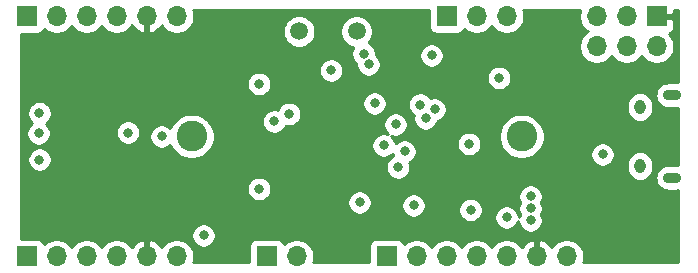
<source format=gbr>
%TF.GenerationSoftware,KiCad,Pcbnew,(5.1.9)-1*%
%TF.CreationDate,2021-05-16T17:52:49+02:00*%
%TF.ProjectId,SojournerST,536f6a6f-7572-46e6-9572-53542e6b6963,rev?*%
%TF.SameCoordinates,Original*%
%TF.FileFunction,Copper,L3,Inr*%
%TF.FilePolarity,Positive*%
%FSLAX46Y46*%
G04 Gerber Fmt 4.6, Leading zero omitted, Abs format (unit mm)*
G04 Created by KiCad (PCBNEW (5.1.9)-1) date 2021-05-16 17:52:49*
%MOMM*%
%LPD*%
G01*
G04 APERTURE LIST*
%TA.AperFunction,ComponentPad*%
%ADD10O,1.700000X1.700000*%
%TD*%
%TA.AperFunction,ComponentPad*%
%ADD11R,1.700000X1.700000*%
%TD*%
%TA.AperFunction,ComponentPad*%
%ADD12C,1.500000*%
%TD*%
%TA.AperFunction,ComponentPad*%
%ADD13O,1.550000X0.890000*%
%TD*%
%TA.AperFunction,ComponentPad*%
%ADD14O,0.950000X1.250000*%
%TD*%
%TA.AperFunction,ComponentPad*%
%ADD15C,2.600000*%
%TD*%
%TA.AperFunction,ViaPad*%
%ADD16C,0.800000*%
%TD*%
%TA.AperFunction,Conductor*%
%ADD17C,0.254000*%
%TD*%
%TA.AperFunction,Conductor*%
%ADD18C,0.100000*%
%TD*%
G04 APERTURE END LIST*
D10*
%TO.N,GND*%
%TO.C,J3*%
X139700000Y-62230000D03*
%TO.N,UART_RX*%
X137160000Y-62230000D03*
D11*
%TO.N,UART_TX*%
X134620000Y-62230000D03*
%TD*%
D10*
%TO.N,GND*%
%TO.C,J7*%
X121920000Y-82550000D03*
D11*
%TO.N,VM*%
X119380000Y-82550000D03*
%TD*%
D10*
%TO.N,GND*%
%TO.C,J2*%
X144780000Y-82550000D03*
%TO.N,+3V3*%
X142240000Y-82550000D03*
%TO.N,BOOT0*%
X139700000Y-82550000D03*
%TO.N,SPI_MOSI*%
X137160000Y-82550000D03*
%TO.N,SPI_MISO*%
X134620000Y-82550000D03*
%TO.N,SPI_CLK*%
X132080000Y-82550000D03*
D11*
%TO.N,SPI_CS*%
X129540000Y-82550000D03*
%TD*%
D12*
%TO.N,HSE_OUT*%
%TO.C,Y1*%
X122120000Y-63500000D03*
%TO.N,HSE_IN*%
X127000000Y-63500000D03*
%TD*%
D10*
%TO.N,M2_OUT2*%
%TO.C,J6*%
X111760000Y-82550000D03*
%TO.N,+3V3*%
X109220000Y-82550000D03*
%TO.N,M2_ENCB*%
X106680000Y-82550000D03*
%TO.N,M2_ENCA*%
X104140000Y-82550000D03*
%TO.N,GND*%
X101600000Y-82550000D03*
D11*
%TO.N,M2_OUT1*%
X99060000Y-82550000D03*
%TD*%
D10*
%TO.N,M1_OUT2*%
%TO.C,J5*%
X111760000Y-62230000D03*
%TO.N,+3V3*%
X109220000Y-62230000D03*
%TO.N,M1_ENCB*%
X106680000Y-62230000D03*
%TO.N,M1_ENCA*%
X104140000Y-62230000D03*
%TO.N,GND*%
X101600000Y-62230000D03*
D11*
%TO.N,M1_OUT1*%
X99060000Y-62230000D03*
%TD*%
D10*
%TO.N,SWO*%
%TO.C,J4*%
X147320000Y-64770000D03*
%TO.N,NRST*%
X147320000Y-62230000D03*
%TO.N,SWDIO*%
X149860000Y-64770000D03*
%TO.N,GND*%
X149860000Y-62230000D03*
%TO.N,SWCLK*%
X152400000Y-64770000D03*
D11*
%TO.N,+3V3*%
X152400000Y-62230000D03*
%TD*%
D13*
%TO.N,GND*%
%TO.C,J1*%
X153700000Y-68890000D03*
X153700000Y-75890000D03*
D14*
X151000000Y-69890000D03*
X151000000Y-74890000D03*
%TD*%
D15*
%TO.N,N/C*%
%TO.C,H2*%
X140970000Y-72390000D03*
%TD*%
%TO.N,N/C*%
%TO.C,H1*%
X113030000Y-72390000D03*
%TD*%
D16*
%TO.N,GND*%
X110490000Y-72390000D03*
X118745000Y-76835000D03*
X118745000Y-67945000D03*
X131826000Y-78232000D03*
X139700000Y-79248000D03*
X147828000Y-73914000D03*
X100139500Y-74358500D03*
X128524000Y-69596000D03*
X114046000Y-80772000D03*
X133350000Y-65532000D03*
X124839442Y-66802000D03*
X100139500Y-70421500D03*
%TO.N,BOOT0*%
X136652000Y-78613000D03*
X130302000Y-71374000D03*
%TO.N,M1_ENCB*%
X127596304Y-65386322D03*
%TO.N,M1_ENCA*%
X128016000Y-66293996D03*
%TO.N,M2_ENCA*%
X129285998Y-73151998D03*
%TO.N,SWDIO*%
X139065000Y-67437000D03*
%TO.N,M2_ENCB*%
X131063990Y-73660000D03*
%TO.N,+3V3*%
X107315000Y-70485000D03*
X109855000Y-67945000D03*
X123952000Y-82296000D03*
X133858000Y-79502000D03*
X141536999Y-75125001D03*
X143695999Y-75125001D03*
X136067000Y-76150000D03*
X99060000Y-73850500D03*
X126491992Y-66802000D03*
%TO.N,VM*%
X141732000Y-79502000D03*
X141732000Y-78486000D03*
X141732000Y-77470000D03*
%TO.N,M1_IN2*%
X121285000Y-70485000D03*
X132380313Y-69688179D03*
%TO.N,M1_IN1*%
X120015000Y-71120000D03*
X132842000Y-70866000D03*
%TO.N,LED_STATUS*%
X127254000Y-77978000D03*
X130509294Y-75000060D03*
%TO.N,UART_TX*%
X133604000Y-70103994D03*
%TO.N,UART_RX*%
X136525000Y-73025000D03*
%TO.N,Net-(R2-Pad2)*%
X100076000Y-72136000D03*
X107640000Y-72065000D03*
%TD*%
D17*
%TO.N,+3V3*%
X133131928Y-63080000D02*
X133144188Y-63204482D01*
X133180498Y-63324180D01*
X133239463Y-63434494D01*
X133318815Y-63531185D01*
X133415506Y-63610537D01*
X133525820Y-63669502D01*
X133645518Y-63705812D01*
X133770000Y-63718072D01*
X135470000Y-63718072D01*
X135594482Y-63705812D01*
X135714180Y-63669502D01*
X135824494Y-63610537D01*
X135921185Y-63531185D01*
X136000537Y-63434494D01*
X136059502Y-63324180D01*
X136081513Y-63251620D01*
X136213368Y-63383475D01*
X136456589Y-63545990D01*
X136726842Y-63657932D01*
X137013740Y-63715000D01*
X137306260Y-63715000D01*
X137593158Y-63657932D01*
X137863411Y-63545990D01*
X138106632Y-63383475D01*
X138313475Y-63176632D01*
X138430000Y-63002240D01*
X138546525Y-63176632D01*
X138753368Y-63383475D01*
X138996589Y-63545990D01*
X139266842Y-63657932D01*
X139553740Y-63715000D01*
X139846260Y-63715000D01*
X140133158Y-63657932D01*
X140403411Y-63545990D01*
X140646632Y-63383475D01*
X140853475Y-63176632D01*
X141015990Y-62933411D01*
X141127932Y-62663158D01*
X141185000Y-62376260D01*
X141185000Y-62083740D01*
X141127932Y-61796842D01*
X141096932Y-61722000D01*
X145923068Y-61722000D01*
X145892068Y-61796842D01*
X145835000Y-62083740D01*
X145835000Y-62376260D01*
X145892068Y-62663158D01*
X146004010Y-62933411D01*
X146166525Y-63176632D01*
X146373368Y-63383475D01*
X146547760Y-63500000D01*
X146373368Y-63616525D01*
X146166525Y-63823368D01*
X146004010Y-64066589D01*
X145892068Y-64336842D01*
X145835000Y-64623740D01*
X145835000Y-64916260D01*
X145892068Y-65203158D01*
X146004010Y-65473411D01*
X146166525Y-65716632D01*
X146373368Y-65923475D01*
X146616589Y-66085990D01*
X146886842Y-66197932D01*
X147173740Y-66255000D01*
X147466260Y-66255000D01*
X147753158Y-66197932D01*
X148023411Y-66085990D01*
X148266632Y-65923475D01*
X148473475Y-65716632D01*
X148590000Y-65542240D01*
X148706525Y-65716632D01*
X148913368Y-65923475D01*
X149156589Y-66085990D01*
X149426842Y-66197932D01*
X149713740Y-66255000D01*
X150006260Y-66255000D01*
X150293158Y-66197932D01*
X150563411Y-66085990D01*
X150806632Y-65923475D01*
X151013475Y-65716632D01*
X151130000Y-65542240D01*
X151246525Y-65716632D01*
X151453368Y-65923475D01*
X151696589Y-66085990D01*
X151966842Y-66197932D01*
X152253740Y-66255000D01*
X152546260Y-66255000D01*
X152833158Y-66197932D01*
X153103411Y-66085990D01*
X153346632Y-65923475D01*
X153553475Y-65716632D01*
X153715990Y-65473411D01*
X153827932Y-65203158D01*
X153885000Y-64916260D01*
X153885000Y-64623740D01*
X153827932Y-64336842D01*
X153715990Y-64066589D01*
X153553475Y-63823368D01*
X153421620Y-63691513D01*
X153494180Y-63669502D01*
X153604494Y-63610537D01*
X153701185Y-63531185D01*
X153780537Y-63434494D01*
X153839502Y-63324180D01*
X153875812Y-63204482D01*
X153888072Y-63080000D01*
X153885000Y-62515750D01*
X153726250Y-62357000D01*
X152527000Y-62357000D01*
X152527000Y-62377000D01*
X152273000Y-62377000D01*
X152273000Y-62357000D01*
X152253000Y-62357000D01*
X152253000Y-62103000D01*
X152273000Y-62103000D01*
X152273000Y-62083000D01*
X152527000Y-62083000D01*
X152527000Y-62103000D01*
X153726250Y-62103000D01*
X153885000Y-61944250D01*
X153886210Y-61722000D01*
X154178000Y-61722000D01*
X154178000Y-67819352D01*
X154083051Y-67810000D01*
X153316949Y-67810000D01*
X153158283Y-67825627D01*
X152954702Y-67887383D01*
X152767081Y-67987668D01*
X152602630Y-68122630D01*
X152467668Y-68287081D01*
X152367383Y-68474702D01*
X152305627Y-68678283D01*
X152284775Y-68890000D01*
X152305627Y-69101717D01*
X152367383Y-69305298D01*
X152467668Y-69492919D01*
X152602630Y-69657370D01*
X152767081Y-69792332D01*
X152954702Y-69892617D01*
X153158283Y-69954373D01*
X153316949Y-69970000D01*
X154083051Y-69970000D01*
X154178000Y-69960648D01*
X154178000Y-74819352D01*
X154083051Y-74810000D01*
X153316949Y-74810000D01*
X153158283Y-74825627D01*
X152954702Y-74887383D01*
X152767081Y-74987668D01*
X152602630Y-75122630D01*
X152467668Y-75287081D01*
X152367383Y-75474702D01*
X152305627Y-75678283D01*
X152284775Y-75890000D01*
X152305627Y-76101717D01*
X152367383Y-76305298D01*
X152467668Y-76492919D01*
X152602630Y-76657370D01*
X152767081Y-76792332D01*
X152954702Y-76892617D01*
X153158283Y-76954373D01*
X153316949Y-76970000D01*
X154083051Y-76970000D01*
X154178000Y-76960648D01*
X154178000Y-83058000D01*
X146176932Y-83058000D01*
X146207932Y-82983158D01*
X146265000Y-82696260D01*
X146265000Y-82403740D01*
X146207932Y-82116842D01*
X146095990Y-81846589D01*
X145933475Y-81603368D01*
X145726632Y-81396525D01*
X145483411Y-81234010D01*
X145213158Y-81122068D01*
X144926260Y-81065000D01*
X144633740Y-81065000D01*
X144346842Y-81122068D01*
X144076589Y-81234010D01*
X143833368Y-81396525D01*
X143626525Y-81603368D01*
X143504805Y-81785534D01*
X143435178Y-81668645D01*
X143240269Y-81452412D01*
X143006920Y-81278359D01*
X142744099Y-81153175D01*
X142596890Y-81108524D01*
X142367000Y-81229845D01*
X142367000Y-82423000D01*
X142387000Y-82423000D01*
X142387000Y-82677000D01*
X142367000Y-82677000D01*
X142367000Y-82697000D01*
X142113000Y-82697000D01*
X142113000Y-82677000D01*
X142093000Y-82677000D01*
X142093000Y-82423000D01*
X142113000Y-82423000D01*
X142113000Y-81229845D01*
X141883110Y-81108524D01*
X141735901Y-81153175D01*
X141473080Y-81278359D01*
X141239731Y-81452412D01*
X141044822Y-81668645D01*
X140975195Y-81785534D01*
X140853475Y-81603368D01*
X140646632Y-81396525D01*
X140403411Y-81234010D01*
X140133158Y-81122068D01*
X139846260Y-81065000D01*
X139553740Y-81065000D01*
X139266842Y-81122068D01*
X138996589Y-81234010D01*
X138753368Y-81396525D01*
X138546525Y-81603368D01*
X138430000Y-81777760D01*
X138313475Y-81603368D01*
X138106632Y-81396525D01*
X137863411Y-81234010D01*
X137593158Y-81122068D01*
X137306260Y-81065000D01*
X137013740Y-81065000D01*
X136726842Y-81122068D01*
X136456589Y-81234010D01*
X136213368Y-81396525D01*
X136006525Y-81603368D01*
X135890000Y-81777760D01*
X135773475Y-81603368D01*
X135566632Y-81396525D01*
X135323411Y-81234010D01*
X135053158Y-81122068D01*
X134766260Y-81065000D01*
X134473740Y-81065000D01*
X134186842Y-81122068D01*
X133916589Y-81234010D01*
X133673368Y-81396525D01*
X133466525Y-81603368D01*
X133350000Y-81777760D01*
X133233475Y-81603368D01*
X133026632Y-81396525D01*
X132783411Y-81234010D01*
X132513158Y-81122068D01*
X132226260Y-81065000D01*
X131933740Y-81065000D01*
X131646842Y-81122068D01*
X131376589Y-81234010D01*
X131133368Y-81396525D01*
X131001513Y-81528380D01*
X130979502Y-81455820D01*
X130920537Y-81345506D01*
X130841185Y-81248815D01*
X130744494Y-81169463D01*
X130634180Y-81110498D01*
X130514482Y-81074188D01*
X130390000Y-81061928D01*
X128690000Y-81061928D01*
X128565518Y-81074188D01*
X128445820Y-81110498D01*
X128335506Y-81169463D01*
X128238815Y-81248815D01*
X128159463Y-81345506D01*
X128100498Y-81455820D01*
X128064188Y-81575518D01*
X128051928Y-81700000D01*
X128051928Y-83058000D01*
X123316932Y-83058000D01*
X123347932Y-82983158D01*
X123405000Y-82696260D01*
X123405000Y-82403740D01*
X123347932Y-82116842D01*
X123235990Y-81846589D01*
X123073475Y-81603368D01*
X122866632Y-81396525D01*
X122623411Y-81234010D01*
X122353158Y-81122068D01*
X122066260Y-81065000D01*
X121773740Y-81065000D01*
X121486842Y-81122068D01*
X121216589Y-81234010D01*
X120973368Y-81396525D01*
X120841513Y-81528380D01*
X120819502Y-81455820D01*
X120760537Y-81345506D01*
X120681185Y-81248815D01*
X120584494Y-81169463D01*
X120474180Y-81110498D01*
X120354482Y-81074188D01*
X120230000Y-81061928D01*
X118530000Y-81061928D01*
X118405518Y-81074188D01*
X118285820Y-81110498D01*
X118175506Y-81169463D01*
X118078815Y-81248815D01*
X117999463Y-81345506D01*
X117940498Y-81455820D01*
X117904188Y-81575518D01*
X117891928Y-81700000D01*
X117891928Y-83058000D01*
X113156932Y-83058000D01*
X113187932Y-82983158D01*
X113245000Y-82696260D01*
X113245000Y-82403740D01*
X113187932Y-82116842D01*
X113075990Y-81846589D01*
X112913475Y-81603368D01*
X112706632Y-81396525D01*
X112463411Y-81234010D01*
X112193158Y-81122068D01*
X111906260Y-81065000D01*
X111613740Y-81065000D01*
X111326842Y-81122068D01*
X111056589Y-81234010D01*
X110813368Y-81396525D01*
X110606525Y-81603368D01*
X110484805Y-81785534D01*
X110415178Y-81668645D01*
X110220269Y-81452412D01*
X109986920Y-81278359D01*
X109724099Y-81153175D01*
X109576890Y-81108524D01*
X109347000Y-81229845D01*
X109347000Y-82423000D01*
X109367000Y-82423000D01*
X109367000Y-82677000D01*
X109347000Y-82677000D01*
X109347000Y-82697000D01*
X109093000Y-82697000D01*
X109093000Y-82677000D01*
X109073000Y-82677000D01*
X109073000Y-82423000D01*
X109093000Y-82423000D01*
X109093000Y-81229845D01*
X108863110Y-81108524D01*
X108715901Y-81153175D01*
X108453080Y-81278359D01*
X108219731Y-81452412D01*
X108024822Y-81668645D01*
X107955195Y-81785534D01*
X107833475Y-81603368D01*
X107626632Y-81396525D01*
X107383411Y-81234010D01*
X107113158Y-81122068D01*
X106826260Y-81065000D01*
X106533740Y-81065000D01*
X106246842Y-81122068D01*
X105976589Y-81234010D01*
X105733368Y-81396525D01*
X105526525Y-81603368D01*
X105410000Y-81777760D01*
X105293475Y-81603368D01*
X105086632Y-81396525D01*
X104843411Y-81234010D01*
X104573158Y-81122068D01*
X104286260Y-81065000D01*
X103993740Y-81065000D01*
X103706842Y-81122068D01*
X103436589Y-81234010D01*
X103193368Y-81396525D01*
X102986525Y-81603368D01*
X102870000Y-81777760D01*
X102753475Y-81603368D01*
X102546632Y-81396525D01*
X102303411Y-81234010D01*
X102033158Y-81122068D01*
X101746260Y-81065000D01*
X101453740Y-81065000D01*
X101166842Y-81122068D01*
X100896589Y-81234010D01*
X100653368Y-81396525D01*
X100521513Y-81528380D01*
X100499502Y-81455820D01*
X100440537Y-81345506D01*
X100361185Y-81248815D01*
X100264494Y-81169463D01*
X100154180Y-81110498D01*
X100034482Y-81074188D01*
X99910000Y-81061928D01*
X98552000Y-81061928D01*
X98552000Y-80670061D01*
X113011000Y-80670061D01*
X113011000Y-80873939D01*
X113050774Y-81073898D01*
X113128795Y-81262256D01*
X113242063Y-81431774D01*
X113386226Y-81575937D01*
X113555744Y-81689205D01*
X113744102Y-81767226D01*
X113944061Y-81807000D01*
X114147939Y-81807000D01*
X114347898Y-81767226D01*
X114536256Y-81689205D01*
X114705774Y-81575937D01*
X114849937Y-81431774D01*
X114963205Y-81262256D01*
X115041226Y-81073898D01*
X115081000Y-80873939D01*
X115081000Y-80670061D01*
X115041226Y-80470102D01*
X114963205Y-80281744D01*
X114849937Y-80112226D01*
X114705774Y-79968063D01*
X114536256Y-79854795D01*
X114347898Y-79776774D01*
X114147939Y-79737000D01*
X113944061Y-79737000D01*
X113744102Y-79776774D01*
X113555744Y-79854795D01*
X113386226Y-79968063D01*
X113242063Y-80112226D01*
X113128795Y-80281744D01*
X113050774Y-80470102D01*
X113011000Y-80670061D01*
X98552000Y-80670061D01*
X98552000Y-77876061D01*
X126219000Y-77876061D01*
X126219000Y-78079939D01*
X126258774Y-78279898D01*
X126336795Y-78468256D01*
X126450063Y-78637774D01*
X126594226Y-78781937D01*
X126763744Y-78895205D01*
X126952102Y-78973226D01*
X127152061Y-79013000D01*
X127355939Y-79013000D01*
X127555898Y-78973226D01*
X127744256Y-78895205D01*
X127913774Y-78781937D01*
X128057937Y-78637774D01*
X128171205Y-78468256D01*
X128249226Y-78279898D01*
X128279030Y-78130061D01*
X130791000Y-78130061D01*
X130791000Y-78333939D01*
X130830774Y-78533898D01*
X130908795Y-78722256D01*
X131022063Y-78891774D01*
X131166226Y-79035937D01*
X131335744Y-79149205D01*
X131524102Y-79227226D01*
X131724061Y-79267000D01*
X131927939Y-79267000D01*
X132127898Y-79227226D01*
X132316256Y-79149205D01*
X132485774Y-79035937D01*
X132629937Y-78891774D01*
X132743205Y-78722256D01*
X132821226Y-78533898D01*
X132825768Y-78511061D01*
X135617000Y-78511061D01*
X135617000Y-78714939D01*
X135656774Y-78914898D01*
X135734795Y-79103256D01*
X135848063Y-79272774D01*
X135992226Y-79416937D01*
X136161744Y-79530205D01*
X136350102Y-79608226D01*
X136550061Y-79648000D01*
X136753939Y-79648000D01*
X136953898Y-79608226D01*
X137142256Y-79530205D01*
X137311774Y-79416937D01*
X137455937Y-79272774D01*
X137540603Y-79146061D01*
X138665000Y-79146061D01*
X138665000Y-79349939D01*
X138704774Y-79549898D01*
X138782795Y-79738256D01*
X138896063Y-79907774D01*
X139040226Y-80051937D01*
X139209744Y-80165205D01*
X139398102Y-80243226D01*
X139598061Y-80283000D01*
X139801939Y-80283000D01*
X140001898Y-80243226D01*
X140190256Y-80165205D01*
X140359774Y-80051937D01*
X140503937Y-79907774D01*
X140617205Y-79738256D01*
X140695226Y-79549898D01*
X140697000Y-79540979D01*
X140697000Y-79603939D01*
X140736774Y-79803898D01*
X140814795Y-79992256D01*
X140928063Y-80161774D01*
X141072226Y-80305937D01*
X141241744Y-80419205D01*
X141430102Y-80497226D01*
X141630061Y-80537000D01*
X141833939Y-80537000D01*
X142033898Y-80497226D01*
X142222256Y-80419205D01*
X142391774Y-80305937D01*
X142535937Y-80161774D01*
X142649205Y-79992256D01*
X142727226Y-79803898D01*
X142767000Y-79603939D01*
X142767000Y-79400061D01*
X142727226Y-79200102D01*
X142649205Y-79011744D01*
X142637349Y-78994000D01*
X142649205Y-78976256D01*
X142727226Y-78787898D01*
X142767000Y-78587939D01*
X142767000Y-78384061D01*
X142727226Y-78184102D01*
X142649205Y-77995744D01*
X142637349Y-77978000D01*
X142649205Y-77960256D01*
X142727226Y-77771898D01*
X142767000Y-77571939D01*
X142767000Y-77368061D01*
X142727226Y-77168102D01*
X142649205Y-76979744D01*
X142535937Y-76810226D01*
X142391774Y-76666063D01*
X142222256Y-76552795D01*
X142033898Y-76474774D01*
X141833939Y-76435000D01*
X141630061Y-76435000D01*
X141430102Y-76474774D01*
X141241744Y-76552795D01*
X141072226Y-76666063D01*
X140928063Y-76810226D01*
X140814795Y-76979744D01*
X140736774Y-77168102D01*
X140697000Y-77368061D01*
X140697000Y-77571939D01*
X140736774Y-77771898D01*
X140814795Y-77960256D01*
X140826651Y-77978000D01*
X140814795Y-77995744D01*
X140736774Y-78184102D01*
X140697000Y-78384061D01*
X140697000Y-78587939D01*
X140736774Y-78787898D01*
X140814795Y-78976256D01*
X140826651Y-78994000D01*
X140814795Y-79011744D01*
X140736774Y-79200102D01*
X140735000Y-79209021D01*
X140735000Y-79146061D01*
X140695226Y-78946102D01*
X140617205Y-78757744D01*
X140503937Y-78588226D01*
X140359774Y-78444063D01*
X140190256Y-78330795D01*
X140001898Y-78252774D01*
X139801939Y-78213000D01*
X139598061Y-78213000D01*
X139398102Y-78252774D01*
X139209744Y-78330795D01*
X139040226Y-78444063D01*
X138896063Y-78588226D01*
X138782795Y-78757744D01*
X138704774Y-78946102D01*
X138665000Y-79146061D01*
X137540603Y-79146061D01*
X137569205Y-79103256D01*
X137647226Y-78914898D01*
X137687000Y-78714939D01*
X137687000Y-78511061D01*
X137647226Y-78311102D01*
X137569205Y-78122744D01*
X137455937Y-77953226D01*
X137311774Y-77809063D01*
X137142256Y-77695795D01*
X136953898Y-77617774D01*
X136753939Y-77578000D01*
X136550061Y-77578000D01*
X136350102Y-77617774D01*
X136161744Y-77695795D01*
X135992226Y-77809063D01*
X135848063Y-77953226D01*
X135734795Y-78122744D01*
X135656774Y-78311102D01*
X135617000Y-78511061D01*
X132825768Y-78511061D01*
X132861000Y-78333939D01*
X132861000Y-78130061D01*
X132821226Y-77930102D01*
X132743205Y-77741744D01*
X132629937Y-77572226D01*
X132485774Y-77428063D01*
X132316256Y-77314795D01*
X132127898Y-77236774D01*
X131927939Y-77197000D01*
X131724061Y-77197000D01*
X131524102Y-77236774D01*
X131335744Y-77314795D01*
X131166226Y-77428063D01*
X131022063Y-77572226D01*
X130908795Y-77741744D01*
X130830774Y-77930102D01*
X130791000Y-78130061D01*
X128279030Y-78130061D01*
X128289000Y-78079939D01*
X128289000Y-77876061D01*
X128249226Y-77676102D01*
X128171205Y-77487744D01*
X128057937Y-77318226D01*
X127913774Y-77174063D01*
X127744256Y-77060795D01*
X127555898Y-76982774D01*
X127355939Y-76943000D01*
X127152061Y-76943000D01*
X126952102Y-76982774D01*
X126763744Y-77060795D01*
X126594226Y-77174063D01*
X126450063Y-77318226D01*
X126336795Y-77487744D01*
X126258774Y-77676102D01*
X126219000Y-77876061D01*
X98552000Y-77876061D01*
X98552000Y-76733061D01*
X117710000Y-76733061D01*
X117710000Y-76936939D01*
X117749774Y-77136898D01*
X117827795Y-77325256D01*
X117941063Y-77494774D01*
X118085226Y-77638937D01*
X118254744Y-77752205D01*
X118443102Y-77830226D01*
X118643061Y-77870000D01*
X118846939Y-77870000D01*
X119046898Y-77830226D01*
X119235256Y-77752205D01*
X119404774Y-77638937D01*
X119548937Y-77494774D01*
X119662205Y-77325256D01*
X119740226Y-77136898D01*
X119780000Y-76936939D01*
X119780000Y-76733061D01*
X119740226Y-76533102D01*
X119662205Y-76344744D01*
X119548937Y-76175226D01*
X119404774Y-76031063D01*
X119235256Y-75917795D01*
X119046898Y-75839774D01*
X118846939Y-75800000D01*
X118643061Y-75800000D01*
X118443102Y-75839774D01*
X118254744Y-75917795D01*
X118085226Y-76031063D01*
X117941063Y-76175226D01*
X117827795Y-76344744D01*
X117749774Y-76533102D01*
X117710000Y-76733061D01*
X98552000Y-76733061D01*
X98552000Y-74256561D01*
X99104500Y-74256561D01*
X99104500Y-74460439D01*
X99144274Y-74660398D01*
X99222295Y-74848756D01*
X99335563Y-75018274D01*
X99479726Y-75162437D01*
X99649244Y-75275705D01*
X99837602Y-75353726D01*
X100037561Y-75393500D01*
X100241439Y-75393500D01*
X100441398Y-75353726D01*
X100629756Y-75275705D01*
X100799274Y-75162437D01*
X100943437Y-75018274D01*
X101056705Y-74848756D01*
X101134726Y-74660398D01*
X101174500Y-74460439D01*
X101174500Y-74256561D01*
X101134726Y-74056602D01*
X101056705Y-73868244D01*
X100943437Y-73698726D01*
X100799274Y-73554563D01*
X100629756Y-73441295D01*
X100441398Y-73363274D01*
X100241439Y-73323500D01*
X100037561Y-73323500D01*
X99837602Y-73363274D01*
X99649244Y-73441295D01*
X99479726Y-73554563D01*
X99335563Y-73698726D01*
X99222295Y-73868244D01*
X99144274Y-74056602D01*
X99104500Y-74256561D01*
X98552000Y-74256561D01*
X98552000Y-72034061D01*
X99041000Y-72034061D01*
X99041000Y-72237939D01*
X99080774Y-72437898D01*
X99158795Y-72626256D01*
X99272063Y-72795774D01*
X99416226Y-72939937D01*
X99585744Y-73053205D01*
X99774102Y-73131226D01*
X99974061Y-73171000D01*
X100177939Y-73171000D01*
X100377898Y-73131226D01*
X100566256Y-73053205D01*
X100735774Y-72939937D01*
X100879937Y-72795774D01*
X100993205Y-72626256D01*
X101071226Y-72437898D01*
X101111000Y-72237939D01*
X101111000Y-72034061D01*
X101096878Y-71963061D01*
X106605000Y-71963061D01*
X106605000Y-72166939D01*
X106644774Y-72366898D01*
X106722795Y-72555256D01*
X106836063Y-72724774D01*
X106980226Y-72868937D01*
X107149744Y-72982205D01*
X107338102Y-73060226D01*
X107538061Y-73100000D01*
X107741939Y-73100000D01*
X107941898Y-73060226D01*
X108130256Y-72982205D01*
X108299774Y-72868937D01*
X108443937Y-72724774D01*
X108557205Y-72555256D01*
X108635226Y-72366898D01*
X108650907Y-72288061D01*
X109455000Y-72288061D01*
X109455000Y-72491939D01*
X109494774Y-72691898D01*
X109572795Y-72880256D01*
X109686063Y-73049774D01*
X109830226Y-73193937D01*
X109999744Y-73307205D01*
X110188102Y-73385226D01*
X110388061Y-73425000D01*
X110591939Y-73425000D01*
X110791898Y-73385226D01*
X110980256Y-73307205D01*
X111149774Y-73193937D01*
X111233777Y-73109934D01*
X111315225Y-73306566D01*
X111526987Y-73623491D01*
X111796509Y-73893013D01*
X112113434Y-74104775D01*
X112465581Y-74250639D01*
X112839419Y-74325000D01*
X113220581Y-74325000D01*
X113594419Y-74250639D01*
X113946566Y-74104775D01*
X114263491Y-73893013D01*
X114533013Y-73623491D01*
X114744775Y-73306566D01*
X114851023Y-73050059D01*
X128250998Y-73050059D01*
X128250998Y-73253937D01*
X128290772Y-73453896D01*
X128368793Y-73642254D01*
X128482061Y-73811772D01*
X128626224Y-73955935D01*
X128795742Y-74069203D01*
X128984100Y-74147224D01*
X129184059Y-74186998D01*
X129387937Y-74186998D01*
X129587896Y-74147224D01*
X129776254Y-74069203D01*
X129945772Y-73955935D01*
X130047369Y-73854338D01*
X130068764Y-73961898D01*
X130104247Y-74047560D01*
X130019038Y-74082855D01*
X129849520Y-74196123D01*
X129705357Y-74340286D01*
X129592089Y-74509804D01*
X129514068Y-74698162D01*
X129474294Y-74898121D01*
X129474294Y-75101999D01*
X129514068Y-75301958D01*
X129592089Y-75490316D01*
X129705357Y-75659834D01*
X129849520Y-75803997D01*
X130019038Y-75917265D01*
X130207396Y-75995286D01*
X130407355Y-76035060D01*
X130611233Y-76035060D01*
X130811192Y-75995286D01*
X130999550Y-75917265D01*
X131169068Y-75803997D01*
X131313231Y-75659834D01*
X131426499Y-75490316D01*
X131504520Y-75301958D01*
X131544294Y-75101999D01*
X131544294Y-74898121D01*
X131504520Y-74698162D01*
X131469037Y-74612500D01*
X131554246Y-74577205D01*
X131723764Y-74463937D01*
X131867927Y-74319774D01*
X131981195Y-74150256D01*
X132059216Y-73961898D01*
X132098990Y-73761939D01*
X132098990Y-73558061D01*
X132059216Y-73358102D01*
X131981195Y-73169744D01*
X131867927Y-73000226D01*
X131790762Y-72923061D01*
X135490000Y-72923061D01*
X135490000Y-73126939D01*
X135529774Y-73326898D01*
X135607795Y-73515256D01*
X135721063Y-73684774D01*
X135865226Y-73828937D01*
X136034744Y-73942205D01*
X136223102Y-74020226D01*
X136423061Y-74060000D01*
X136626939Y-74060000D01*
X136826898Y-74020226D01*
X137015256Y-73942205D01*
X137184774Y-73828937D01*
X137328937Y-73684774D01*
X137442205Y-73515256D01*
X137520226Y-73326898D01*
X137560000Y-73126939D01*
X137560000Y-72923061D01*
X137520226Y-72723102D01*
X137442205Y-72534744D01*
X137328937Y-72365226D01*
X137184774Y-72221063D01*
X137152382Y-72199419D01*
X139035000Y-72199419D01*
X139035000Y-72580581D01*
X139109361Y-72954419D01*
X139255225Y-73306566D01*
X139466987Y-73623491D01*
X139736509Y-73893013D01*
X140053434Y-74104775D01*
X140405581Y-74250639D01*
X140779419Y-74325000D01*
X141160581Y-74325000D01*
X141534419Y-74250639D01*
X141886566Y-74104775D01*
X142203491Y-73893013D01*
X142284443Y-73812061D01*
X146793000Y-73812061D01*
X146793000Y-74015939D01*
X146832774Y-74215898D01*
X146910795Y-74404256D01*
X147024063Y-74573774D01*
X147168226Y-74717937D01*
X147337744Y-74831205D01*
X147526102Y-74909226D01*
X147726061Y-74949000D01*
X147929939Y-74949000D01*
X148129898Y-74909226D01*
X148318256Y-74831205D01*
X148487774Y-74717937D01*
X148520231Y-74685480D01*
X149890000Y-74685480D01*
X149890000Y-75094521D01*
X149906062Y-75257598D01*
X149969532Y-75466834D01*
X150072604Y-75659666D01*
X150211315Y-75828686D01*
X150380335Y-75967396D01*
X150573167Y-76070468D01*
X150782403Y-76133938D01*
X151000000Y-76155370D01*
X151217598Y-76133938D01*
X151426834Y-76070468D01*
X151619666Y-75967396D01*
X151788686Y-75828686D01*
X151927396Y-75659666D01*
X152030468Y-75466833D01*
X152093938Y-75257597D01*
X152110000Y-75094520D01*
X152110000Y-74685479D01*
X152093938Y-74522402D01*
X152030468Y-74313166D01*
X151927396Y-74120334D01*
X151788686Y-73951314D01*
X151619666Y-73812604D01*
X151426833Y-73709532D01*
X151217597Y-73646062D01*
X151000000Y-73624630D01*
X150782402Y-73646062D01*
X150573166Y-73709532D01*
X150380334Y-73812604D01*
X150211314Y-73951314D01*
X150072604Y-74120334D01*
X149969532Y-74313167D01*
X149906062Y-74522403D01*
X149890000Y-74685480D01*
X148520231Y-74685480D01*
X148631937Y-74573774D01*
X148745205Y-74404256D01*
X148823226Y-74215898D01*
X148863000Y-74015939D01*
X148863000Y-73812061D01*
X148823226Y-73612102D01*
X148745205Y-73423744D01*
X148631937Y-73254226D01*
X148487774Y-73110063D01*
X148318256Y-72996795D01*
X148129898Y-72918774D01*
X147929939Y-72879000D01*
X147726061Y-72879000D01*
X147526102Y-72918774D01*
X147337744Y-72996795D01*
X147168226Y-73110063D01*
X147024063Y-73254226D01*
X146910795Y-73423744D01*
X146832774Y-73612102D01*
X146793000Y-73812061D01*
X142284443Y-73812061D01*
X142473013Y-73623491D01*
X142684775Y-73306566D01*
X142830639Y-72954419D01*
X142905000Y-72580581D01*
X142905000Y-72199419D01*
X142830639Y-71825581D01*
X142684775Y-71473434D01*
X142473013Y-71156509D01*
X142203491Y-70886987D01*
X141886566Y-70675225D01*
X141534419Y-70529361D01*
X141160581Y-70455000D01*
X140779419Y-70455000D01*
X140405581Y-70529361D01*
X140053434Y-70675225D01*
X139736509Y-70886987D01*
X139466987Y-71156509D01*
X139255225Y-71473434D01*
X139109361Y-71825581D01*
X139035000Y-72199419D01*
X137152382Y-72199419D01*
X137015256Y-72107795D01*
X136826898Y-72029774D01*
X136626939Y-71990000D01*
X136423061Y-71990000D01*
X136223102Y-72029774D01*
X136034744Y-72107795D01*
X135865226Y-72221063D01*
X135721063Y-72365226D01*
X135607795Y-72534744D01*
X135529774Y-72723102D01*
X135490000Y-72923061D01*
X131790762Y-72923061D01*
X131723764Y-72856063D01*
X131554246Y-72742795D01*
X131365888Y-72664774D01*
X131165929Y-72625000D01*
X130962051Y-72625000D01*
X130762092Y-72664774D01*
X130573734Y-72742795D01*
X130404216Y-72856063D01*
X130302619Y-72957660D01*
X130281224Y-72850100D01*
X130203203Y-72661742D01*
X130089935Y-72492224D01*
X129945772Y-72348061D01*
X129940498Y-72344537D01*
X130000102Y-72369226D01*
X130200061Y-72409000D01*
X130403939Y-72409000D01*
X130603898Y-72369226D01*
X130792256Y-72291205D01*
X130961774Y-72177937D01*
X131105937Y-72033774D01*
X131219205Y-71864256D01*
X131297226Y-71675898D01*
X131337000Y-71475939D01*
X131337000Y-71272061D01*
X131297226Y-71072102D01*
X131219205Y-70883744D01*
X131105937Y-70714226D01*
X130961774Y-70570063D01*
X130792256Y-70456795D01*
X130603898Y-70378774D01*
X130403939Y-70339000D01*
X130200061Y-70339000D01*
X130000102Y-70378774D01*
X129811744Y-70456795D01*
X129642226Y-70570063D01*
X129498063Y-70714226D01*
X129384795Y-70883744D01*
X129306774Y-71072102D01*
X129267000Y-71272061D01*
X129267000Y-71475939D01*
X129306774Y-71675898D01*
X129384795Y-71864256D01*
X129498063Y-72033774D01*
X129642226Y-72177937D01*
X129647500Y-72181461D01*
X129587896Y-72156772D01*
X129387937Y-72116998D01*
X129184059Y-72116998D01*
X128984100Y-72156772D01*
X128795742Y-72234793D01*
X128626224Y-72348061D01*
X128482061Y-72492224D01*
X128368793Y-72661742D01*
X128290772Y-72850100D01*
X128250998Y-73050059D01*
X114851023Y-73050059D01*
X114890639Y-72954419D01*
X114965000Y-72580581D01*
X114965000Y-72199419D01*
X114890639Y-71825581D01*
X114744775Y-71473434D01*
X114533013Y-71156509D01*
X114394565Y-71018061D01*
X118980000Y-71018061D01*
X118980000Y-71221939D01*
X119019774Y-71421898D01*
X119097795Y-71610256D01*
X119211063Y-71779774D01*
X119355226Y-71923937D01*
X119524744Y-72037205D01*
X119713102Y-72115226D01*
X119913061Y-72155000D01*
X120116939Y-72155000D01*
X120316898Y-72115226D01*
X120505256Y-72037205D01*
X120674774Y-71923937D01*
X120818937Y-71779774D01*
X120932205Y-71610256D01*
X120985840Y-71480771D01*
X121183061Y-71520000D01*
X121386939Y-71520000D01*
X121586898Y-71480226D01*
X121775256Y-71402205D01*
X121944774Y-71288937D01*
X122088937Y-71144774D01*
X122202205Y-70975256D01*
X122280226Y-70786898D01*
X122320000Y-70586939D01*
X122320000Y-70383061D01*
X122280226Y-70183102D01*
X122202205Y-69994744D01*
X122088937Y-69825226D01*
X121944774Y-69681063D01*
X121775256Y-69567795D01*
X121597248Y-69494061D01*
X127489000Y-69494061D01*
X127489000Y-69697939D01*
X127528774Y-69897898D01*
X127606795Y-70086256D01*
X127720063Y-70255774D01*
X127864226Y-70399937D01*
X128033744Y-70513205D01*
X128222102Y-70591226D01*
X128422061Y-70631000D01*
X128625939Y-70631000D01*
X128825898Y-70591226D01*
X129014256Y-70513205D01*
X129183774Y-70399937D01*
X129327937Y-70255774D01*
X129441205Y-70086256D01*
X129519226Y-69897898D01*
X129559000Y-69697939D01*
X129559000Y-69586240D01*
X131345313Y-69586240D01*
X131345313Y-69790118D01*
X131385087Y-69990077D01*
X131463108Y-70178435D01*
X131576376Y-70347953D01*
X131720539Y-70492116D01*
X131844604Y-70575013D01*
X131807000Y-70764061D01*
X131807000Y-70967939D01*
X131846774Y-71167898D01*
X131924795Y-71356256D01*
X132038063Y-71525774D01*
X132182226Y-71669937D01*
X132351744Y-71783205D01*
X132540102Y-71861226D01*
X132740061Y-71901000D01*
X132943939Y-71901000D01*
X133143898Y-71861226D01*
X133332256Y-71783205D01*
X133501774Y-71669937D01*
X133645937Y-71525774D01*
X133759205Y-71356256D01*
X133837226Y-71167898D01*
X133848621Y-71110613D01*
X133905898Y-71099220D01*
X134094256Y-71021199D01*
X134263774Y-70907931D01*
X134407937Y-70763768D01*
X134521205Y-70594250D01*
X134599226Y-70405892D01*
X134639000Y-70205933D01*
X134639000Y-70002055D01*
X134599226Y-69802096D01*
X134550922Y-69685480D01*
X149890000Y-69685480D01*
X149890000Y-70094521D01*
X149906062Y-70257598D01*
X149969532Y-70466834D01*
X150072604Y-70659666D01*
X150211315Y-70828686D01*
X150380335Y-70967396D01*
X150573167Y-71070468D01*
X150782403Y-71133938D01*
X151000000Y-71155370D01*
X151217598Y-71133938D01*
X151426834Y-71070468D01*
X151619666Y-70967396D01*
X151788686Y-70828686D01*
X151927396Y-70659666D01*
X152030468Y-70466833D01*
X152093938Y-70257597D01*
X152110000Y-70094520D01*
X152110000Y-69685479D01*
X152093938Y-69522402D01*
X152030468Y-69313166D01*
X151927396Y-69120334D01*
X151788686Y-68951314D01*
X151619666Y-68812604D01*
X151426833Y-68709532D01*
X151217597Y-68646062D01*
X151000000Y-68624630D01*
X150782402Y-68646062D01*
X150573166Y-68709532D01*
X150380334Y-68812604D01*
X150211314Y-68951314D01*
X150072604Y-69120334D01*
X149969532Y-69313167D01*
X149906062Y-69522403D01*
X149890000Y-69685480D01*
X134550922Y-69685480D01*
X134521205Y-69613738D01*
X134407937Y-69444220D01*
X134263774Y-69300057D01*
X134094256Y-69186789D01*
X133905898Y-69108768D01*
X133705939Y-69068994D01*
X133502061Y-69068994D01*
X133302102Y-69108768D01*
X133251854Y-69129582D01*
X133184250Y-69028405D01*
X133040087Y-68884242D01*
X132870569Y-68770974D01*
X132682211Y-68692953D01*
X132482252Y-68653179D01*
X132278374Y-68653179D01*
X132078415Y-68692953D01*
X131890057Y-68770974D01*
X131720539Y-68884242D01*
X131576376Y-69028405D01*
X131463108Y-69197923D01*
X131385087Y-69386281D01*
X131345313Y-69586240D01*
X129559000Y-69586240D01*
X129559000Y-69494061D01*
X129519226Y-69294102D01*
X129441205Y-69105744D01*
X129327937Y-68936226D01*
X129183774Y-68792063D01*
X129014256Y-68678795D01*
X128825898Y-68600774D01*
X128625939Y-68561000D01*
X128422061Y-68561000D01*
X128222102Y-68600774D01*
X128033744Y-68678795D01*
X127864226Y-68792063D01*
X127720063Y-68936226D01*
X127606795Y-69105744D01*
X127528774Y-69294102D01*
X127489000Y-69494061D01*
X121597248Y-69494061D01*
X121586898Y-69489774D01*
X121386939Y-69450000D01*
X121183061Y-69450000D01*
X120983102Y-69489774D01*
X120794744Y-69567795D01*
X120625226Y-69681063D01*
X120481063Y-69825226D01*
X120367795Y-69994744D01*
X120314160Y-70124229D01*
X120116939Y-70085000D01*
X119913061Y-70085000D01*
X119713102Y-70124774D01*
X119524744Y-70202795D01*
X119355226Y-70316063D01*
X119211063Y-70460226D01*
X119097795Y-70629744D01*
X119019774Y-70818102D01*
X118980000Y-71018061D01*
X114394565Y-71018061D01*
X114263491Y-70886987D01*
X113946566Y-70675225D01*
X113594419Y-70529361D01*
X113220581Y-70455000D01*
X112839419Y-70455000D01*
X112465581Y-70529361D01*
X112113434Y-70675225D01*
X111796509Y-70886987D01*
X111526987Y-71156509D01*
X111315225Y-71473434D01*
X111233777Y-71670066D01*
X111149774Y-71586063D01*
X110980256Y-71472795D01*
X110791898Y-71394774D01*
X110591939Y-71355000D01*
X110388061Y-71355000D01*
X110188102Y-71394774D01*
X109999744Y-71472795D01*
X109830226Y-71586063D01*
X109686063Y-71730226D01*
X109572795Y-71899744D01*
X109494774Y-72088102D01*
X109455000Y-72288061D01*
X108650907Y-72288061D01*
X108675000Y-72166939D01*
X108675000Y-71963061D01*
X108635226Y-71763102D01*
X108557205Y-71574744D01*
X108443937Y-71405226D01*
X108299774Y-71261063D01*
X108130256Y-71147795D01*
X107941898Y-71069774D01*
X107741939Y-71030000D01*
X107538061Y-71030000D01*
X107338102Y-71069774D01*
X107149744Y-71147795D01*
X106980226Y-71261063D01*
X106836063Y-71405226D01*
X106722795Y-71574744D01*
X106644774Y-71763102D01*
X106605000Y-71963061D01*
X101096878Y-71963061D01*
X101071226Y-71834102D01*
X100993205Y-71645744D01*
X100879937Y-71476226D01*
X100735774Y-71332063D01*
X100687735Y-71299965D01*
X100799274Y-71225437D01*
X100943437Y-71081274D01*
X101056705Y-70911756D01*
X101134726Y-70723398D01*
X101174500Y-70523439D01*
X101174500Y-70319561D01*
X101134726Y-70119602D01*
X101056705Y-69931244D01*
X100943437Y-69761726D01*
X100799274Y-69617563D01*
X100629756Y-69504295D01*
X100441398Y-69426274D01*
X100241439Y-69386500D01*
X100037561Y-69386500D01*
X99837602Y-69426274D01*
X99649244Y-69504295D01*
X99479726Y-69617563D01*
X99335563Y-69761726D01*
X99222295Y-69931244D01*
X99144274Y-70119602D01*
X99104500Y-70319561D01*
X99104500Y-70523439D01*
X99144274Y-70723398D01*
X99222295Y-70911756D01*
X99335563Y-71081274D01*
X99479726Y-71225437D01*
X99527765Y-71257535D01*
X99416226Y-71332063D01*
X99272063Y-71476226D01*
X99158795Y-71645744D01*
X99080774Y-71834102D01*
X99041000Y-72034061D01*
X98552000Y-72034061D01*
X98552000Y-67843061D01*
X117710000Y-67843061D01*
X117710000Y-68046939D01*
X117749774Y-68246898D01*
X117827795Y-68435256D01*
X117941063Y-68604774D01*
X118085226Y-68748937D01*
X118254744Y-68862205D01*
X118443102Y-68940226D01*
X118643061Y-68980000D01*
X118846939Y-68980000D01*
X119046898Y-68940226D01*
X119235256Y-68862205D01*
X119404774Y-68748937D01*
X119548937Y-68604774D01*
X119662205Y-68435256D01*
X119740226Y-68246898D01*
X119780000Y-68046939D01*
X119780000Y-67843061D01*
X119740226Y-67643102D01*
X119662205Y-67454744D01*
X119548937Y-67285226D01*
X119404774Y-67141063D01*
X119235256Y-67027795D01*
X119046898Y-66949774D01*
X118846939Y-66910000D01*
X118643061Y-66910000D01*
X118443102Y-66949774D01*
X118254744Y-67027795D01*
X118085226Y-67141063D01*
X117941063Y-67285226D01*
X117827795Y-67454744D01*
X117749774Y-67643102D01*
X117710000Y-67843061D01*
X98552000Y-67843061D01*
X98552000Y-66700061D01*
X123804442Y-66700061D01*
X123804442Y-66903939D01*
X123844216Y-67103898D01*
X123922237Y-67292256D01*
X124035505Y-67461774D01*
X124179668Y-67605937D01*
X124349186Y-67719205D01*
X124537544Y-67797226D01*
X124737503Y-67837000D01*
X124941381Y-67837000D01*
X125141340Y-67797226D01*
X125329698Y-67719205D01*
X125499216Y-67605937D01*
X125643379Y-67461774D01*
X125728045Y-67335061D01*
X138030000Y-67335061D01*
X138030000Y-67538939D01*
X138069774Y-67738898D01*
X138147795Y-67927256D01*
X138261063Y-68096774D01*
X138405226Y-68240937D01*
X138574744Y-68354205D01*
X138763102Y-68432226D01*
X138963061Y-68472000D01*
X139166939Y-68472000D01*
X139366898Y-68432226D01*
X139555256Y-68354205D01*
X139724774Y-68240937D01*
X139868937Y-68096774D01*
X139982205Y-67927256D01*
X140060226Y-67738898D01*
X140100000Y-67538939D01*
X140100000Y-67335061D01*
X140060226Y-67135102D01*
X139982205Y-66946744D01*
X139868937Y-66777226D01*
X139724774Y-66633063D01*
X139555256Y-66519795D01*
X139366898Y-66441774D01*
X139166939Y-66402000D01*
X138963061Y-66402000D01*
X138763102Y-66441774D01*
X138574744Y-66519795D01*
X138405226Y-66633063D01*
X138261063Y-66777226D01*
X138147795Y-66946744D01*
X138069774Y-67135102D01*
X138030000Y-67335061D01*
X125728045Y-67335061D01*
X125756647Y-67292256D01*
X125834668Y-67103898D01*
X125874442Y-66903939D01*
X125874442Y-66700061D01*
X125834668Y-66500102D01*
X125756647Y-66311744D01*
X125643379Y-66142226D01*
X125499216Y-65998063D01*
X125329698Y-65884795D01*
X125141340Y-65806774D01*
X124941381Y-65767000D01*
X124737503Y-65767000D01*
X124537544Y-65806774D01*
X124349186Y-65884795D01*
X124179668Y-65998063D01*
X124035505Y-66142226D01*
X123922237Y-66311744D01*
X123844216Y-66500102D01*
X123804442Y-66700061D01*
X98552000Y-66700061D01*
X98552000Y-63718072D01*
X99910000Y-63718072D01*
X100034482Y-63705812D01*
X100154180Y-63669502D01*
X100264494Y-63610537D01*
X100361185Y-63531185D01*
X100440537Y-63434494D01*
X100499502Y-63324180D01*
X100521513Y-63251620D01*
X100653368Y-63383475D01*
X100896589Y-63545990D01*
X101166842Y-63657932D01*
X101453740Y-63715000D01*
X101746260Y-63715000D01*
X102033158Y-63657932D01*
X102303411Y-63545990D01*
X102546632Y-63383475D01*
X102753475Y-63176632D01*
X102870000Y-63002240D01*
X102986525Y-63176632D01*
X103193368Y-63383475D01*
X103436589Y-63545990D01*
X103706842Y-63657932D01*
X103993740Y-63715000D01*
X104286260Y-63715000D01*
X104573158Y-63657932D01*
X104843411Y-63545990D01*
X105086632Y-63383475D01*
X105293475Y-63176632D01*
X105410000Y-63002240D01*
X105526525Y-63176632D01*
X105733368Y-63383475D01*
X105976589Y-63545990D01*
X106246842Y-63657932D01*
X106533740Y-63715000D01*
X106826260Y-63715000D01*
X107113158Y-63657932D01*
X107383411Y-63545990D01*
X107626632Y-63383475D01*
X107833475Y-63176632D01*
X107955195Y-62994466D01*
X108024822Y-63111355D01*
X108219731Y-63327588D01*
X108453080Y-63501641D01*
X108715901Y-63626825D01*
X108863110Y-63671476D01*
X109093000Y-63550155D01*
X109093000Y-62357000D01*
X109073000Y-62357000D01*
X109073000Y-62103000D01*
X109093000Y-62103000D01*
X109093000Y-62083000D01*
X109347000Y-62083000D01*
X109347000Y-62103000D01*
X109367000Y-62103000D01*
X109367000Y-62357000D01*
X109347000Y-62357000D01*
X109347000Y-63550155D01*
X109576890Y-63671476D01*
X109724099Y-63626825D01*
X109986920Y-63501641D01*
X110220269Y-63327588D01*
X110415178Y-63111355D01*
X110484805Y-62994466D01*
X110606525Y-63176632D01*
X110813368Y-63383475D01*
X111056589Y-63545990D01*
X111326842Y-63657932D01*
X111613740Y-63715000D01*
X111906260Y-63715000D01*
X112193158Y-63657932D01*
X112463411Y-63545990D01*
X112706632Y-63383475D01*
X112726518Y-63363589D01*
X120735000Y-63363589D01*
X120735000Y-63636411D01*
X120788225Y-63903989D01*
X120892629Y-64156043D01*
X121044201Y-64382886D01*
X121237114Y-64575799D01*
X121463957Y-64727371D01*
X121716011Y-64831775D01*
X121983589Y-64885000D01*
X122256411Y-64885000D01*
X122523989Y-64831775D01*
X122776043Y-64727371D01*
X123002886Y-64575799D01*
X123195799Y-64382886D01*
X123347371Y-64156043D01*
X123451775Y-63903989D01*
X123505000Y-63636411D01*
X123505000Y-63363589D01*
X125615000Y-63363589D01*
X125615000Y-63636411D01*
X125668225Y-63903989D01*
X125772629Y-64156043D01*
X125924201Y-64382886D01*
X126117114Y-64575799D01*
X126343957Y-64727371D01*
X126596011Y-64831775D01*
X126707269Y-64853906D01*
X126679099Y-64896066D01*
X126601078Y-65084424D01*
X126561304Y-65284383D01*
X126561304Y-65488261D01*
X126601078Y-65688220D01*
X126679099Y-65876578D01*
X126792367Y-66046096D01*
X126936530Y-66190259D01*
X126981000Y-66219973D01*
X126981000Y-66395935D01*
X127020774Y-66595894D01*
X127098795Y-66784252D01*
X127212063Y-66953770D01*
X127356226Y-67097933D01*
X127525744Y-67211201D01*
X127714102Y-67289222D01*
X127914061Y-67328996D01*
X128117939Y-67328996D01*
X128317898Y-67289222D01*
X128506256Y-67211201D01*
X128675774Y-67097933D01*
X128819937Y-66953770D01*
X128933205Y-66784252D01*
X129011226Y-66595894D01*
X129051000Y-66395935D01*
X129051000Y-66192057D01*
X129011226Y-65992098D01*
X128933205Y-65803740D01*
X128819937Y-65634222D01*
X128675774Y-65490059D01*
X128631304Y-65460345D01*
X128631304Y-65430061D01*
X132315000Y-65430061D01*
X132315000Y-65633939D01*
X132354774Y-65833898D01*
X132432795Y-66022256D01*
X132546063Y-66191774D01*
X132690226Y-66335937D01*
X132859744Y-66449205D01*
X133048102Y-66527226D01*
X133248061Y-66567000D01*
X133451939Y-66567000D01*
X133651898Y-66527226D01*
X133840256Y-66449205D01*
X134009774Y-66335937D01*
X134153937Y-66191774D01*
X134267205Y-66022256D01*
X134345226Y-65833898D01*
X134385000Y-65633939D01*
X134385000Y-65430061D01*
X134345226Y-65230102D01*
X134267205Y-65041744D01*
X134153937Y-64872226D01*
X134009774Y-64728063D01*
X133840256Y-64614795D01*
X133651898Y-64536774D01*
X133451939Y-64497000D01*
X133248061Y-64497000D01*
X133048102Y-64536774D01*
X132859744Y-64614795D01*
X132690226Y-64728063D01*
X132546063Y-64872226D01*
X132432795Y-65041744D01*
X132354774Y-65230102D01*
X132315000Y-65430061D01*
X128631304Y-65430061D01*
X128631304Y-65284383D01*
X128591530Y-65084424D01*
X128513509Y-64896066D01*
X128400241Y-64726548D01*
X128256078Y-64582385D01*
X128086560Y-64469117D01*
X128017976Y-64440709D01*
X128075799Y-64382886D01*
X128227371Y-64156043D01*
X128331775Y-63903989D01*
X128385000Y-63636411D01*
X128385000Y-63363589D01*
X128331775Y-63096011D01*
X128227371Y-62843957D01*
X128075799Y-62617114D01*
X127882886Y-62424201D01*
X127656043Y-62272629D01*
X127403989Y-62168225D01*
X127136411Y-62115000D01*
X126863589Y-62115000D01*
X126596011Y-62168225D01*
X126343957Y-62272629D01*
X126117114Y-62424201D01*
X125924201Y-62617114D01*
X125772629Y-62843957D01*
X125668225Y-63096011D01*
X125615000Y-63363589D01*
X123505000Y-63363589D01*
X123451775Y-63096011D01*
X123347371Y-62843957D01*
X123195799Y-62617114D01*
X123002886Y-62424201D01*
X122776043Y-62272629D01*
X122523989Y-62168225D01*
X122256411Y-62115000D01*
X121983589Y-62115000D01*
X121716011Y-62168225D01*
X121463957Y-62272629D01*
X121237114Y-62424201D01*
X121044201Y-62617114D01*
X120892629Y-62843957D01*
X120788225Y-63096011D01*
X120735000Y-63363589D01*
X112726518Y-63363589D01*
X112913475Y-63176632D01*
X113075990Y-62933411D01*
X113187932Y-62663158D01*
X113245000Y-62376260D01*
X113245000Y-62083740D01*
X113187932Y-61796842D01*
X113156932Y-61722000D01*
X133131928Y-61722000D01*
X133131928Y-63080000D01*
%TA.AperFunction,Conductor*%
D18*
G36*
X133131928Y-63080000D02*
G01*
X133144188Y-63204482D01*
X133180498Y-63324180D01*
X133239463Y-63434494D01*
X133318815Y-63531185D01*
X133415506Y-63610537D01*
X133525820Y-63669502D01*
X133645518Y-63705812D01*
X133770000Y-63718072D01*
X135470000Y-63718072D01*
X135594482Y-63705812D01*
X135714180Y-63669502D01*
X135824494Y-63610537D01*
X135921185Y-63531185D01*
X136000537Y-63434494D01*
X136059502Y-63324180D01*
X136081513Y-63251620D01*
X136213368Y-63383475D01*
X136456589Y-63545990D01*
X136726842Y-63657932D01*
X137013740Y-63715000D01*
X137306260Y-63715000D01*
X137593158Y-63657932D01*
X137863411Y-63545990D01*
X138106632Y-63383475D01*
X138313475Y-63176632D01*
X138430000Y-63002240D01*
X138546525Y-63176632D01*
X138753368Y-63383475D01*
X138996589Y-63545990D01*
X139266842Y-63657932D01*
X139553740Y-63715000D01*
X139846260Y-63715000D01*
X140133158Y-63657932D01*
X140403411Y-63545990D01*
X140646632Y-63383475D01*
X140853475Y-63176632D01*
X141015990Y-62933411D01*
X141127932Y-62663158D01*
X141185000Y-62376260D01*
X141185000Y-62083740D01*
X141127932Y-61796842D01*
X141096932Y-61722000D01*
X145923068Y-61722000D01*
X145892068Y-61796842D01*
X145835000Y-62083740D01*
X145835000Y-62376260D01*
X145892068Y-62663158D01*
X146004010Y-62933411D01*
X146166525Y-63176632D01*
X146373368Y-63383475D01*
X146547760Y-63500000D01*
X146373368Y-63616525D01*
X146166525Y-63823368D01*
X146004010Y-64066589D01*
X145892068Y-64336842D01*
X145835000Y-64623740D01*
X145835000Y-64916260D01*
X145892068Y-65203158D01*
X146004010Y-65473411D01*
X146166525Y-65716632D01*
X146373368Y-65923475D01*
X146616589Y-66085990D01*
X146886842Y-66197932D01*
X147173740Y-66255000D01*
X147466260Y-66255000D01*
X147753158Y-66197932D01*
X148023411Y-66085990D01*
X148266632Y-65923475D01*
X148473475Y-65716632D01*
X148590000Y-65542240D01*
X148706525Y-65716632D01*
X148913368Y-65923475D01*
X149156589Y-66085990D01*
X149426842Y-66197932D01*
X149713740Y-66255000D01*
X150006260Y-66255000D01*
X150293158Y-66197932D01*
X150563411Y-66085990D01*
X150806632Y-65923475D01*
X151013475Y-65716632D01*
X151130000Y-65542240D01*
X151246525Y-65716632D01*
X151453368Y-65923475D01*
X151696589Y-66085990D01*
X151966842Y-66197932D01*
X152253740Y-66255000D01*
X152546260Y-66255000D01*
X152833158Y-66197932D01*
X153103411Y-66085990D01*
X153346632Y-65923475D01*
X153553475Y-65716632D01*
X153715990Y-65473411D01*
X153827932Y-65203158D01*
X153885000Y-64916260D01*
X153885000Y-64623740D01*
X153827932Y-64336842D01*
X153715990Y-64066589D01*
X153553475Y-63823368D01*
X153421620Y-63691513D01*
X153494180Y-63669502D01*
X153604494Y-63610537D01*
X153701185Y-63531185D01*
X153780537Y-63434494D01*
X153839502Y-63324180D01*
X153875812Y-63204482D01*
X153888072Y-63080000D01*
X153885000Y-62515750D01*
X153726250Y-62357000D01*
X152527000Y-62357000D01*
X152527000Y-62377000D01*
X152273000Y-62377000D01*
X152273000Y-62357000D01*
X152253000Y-62357000D01*
X152253000Y-62103000D01*
X152273000Y-62103000D01*
X152273000Y-62083000D01*
X152527000Y-62083000D01*
X152527000Y-62103000D01*
X153726250Y-62103000D01*
X153885000Y-61944250D01*
X153886210Y-61722000D01*
X154178000Y-61722000D01*
X154178000Y-67819352D01*
X154083051Y-67810000D01*
X153316949Y-67810000D01*
X153158283Y-67825627D01*
X152954702Y-67887383D01*
X152767081Y-67987668D01*
X152602630Y-68122630D01*
X152467668Y-68287081D01*
X152367383Y-68474702D01*
X152305627Y-68678283D01*
X152284775Y-68890000D01*
X152305627Y-69101717D01*
X152367383Y-69305298D01*
X152467668Y-69492919D01*
X152602630Y-69657370D01*
X152767081Y-69792332D01*
X152954702Y-69892617D01*
X153158283Y-69954373D01*
X153316949Y-69970000D01*
X154083051Y-69970000D01*
X154178000Y-69960648D01*
X154178000Y-74819352D01*
X154083051Y-74810000D01*
X153316949Y-74810000D01*
X153158283Y-74825627D01*
X152954702Y-74887383D01*
X152767081Y-74987668D01*
X152602630Y-75122630D01*
X152467668Y-75287081D01*
X152367383Y-75474702D01*
X152305627Y-75678283D01*
X152284775Y-75890000D01*
X152305627Y-76101717D01*
X152367383Y-76305298D01*
X152467668Y-76492919D01*
X152602630Y-76657370D01*
X152767081Y-76792332D01*
X152954702Y-76892617D01*
X153158283Y-76954373D01*
X153316949Y-76970000D01*
X154083051Y-76970000D01*
X154178000Y-76960648D01*
X154178000Y-83058000D01*
X146176932Y-83058000D01*
X146207932Y-82983158D01*
X146265000Y-82696260D01*
X146265000Y-82403740D01*
X146207932Y-82116842D01*
X146095990Y-81846589D01*
X145933475Y-81603368D01*
X145726632Y-81396525D01*
X145483411Y-81234010D01*
X145213158Y-81122068D01*
X144926260Y-81065000D01*
X144633740Y-81065000D01*
X144346842Y-81122068D01*
X144076589Y-81234010D01*
X143833368Y-81396525D01*
X143626525Y-81603368D01*
X143504805Y-81785534D01*
X143435178Y-81668645D01*
X143240269Y-81452412D01*
X143006920Y-81278359D01*
X142744099Y-81153175D01*
X142596890Y-81108524D01*
X142367000Y-81229845D01*
X142367000Y-82423000D01*
X142387000Y-82423000D01*
X142387000Y-82677000D01*
X142367000Y-82677000D01*
X142367000Y-82697000D01*
X142113000Y-82697000D01*
X142113000Y-82677000D01*
X142093000Y-82677000D01*
X142093000Y-82423000D01*
X142113000Y-82423000D01*
X142113000Y-81229845D01*
X141883110Y-81108524D01*
X141735901Y-81153175D01*
X141473080Y-81278359D01*
X141239731Y-81452412D01*
X141044822Y-81668645D01*
X140975195Y-81785534D01*
X140853475Y-81603368D01*
X140646632Y-81396525D01*
X140403411Y-81234010D01*
X140133158Y-81122068D01*
X139846260Y-81065000D01*
X139553740Y-81065000D01*
X139266842Y-81122068D01*
X138996589Y-81234010D01*
X138753368Y-81396525D01*
X138546525Y-81603368D01*
X138430000Y-81777760D01*
X138313475Y-81603368D01*
X138106632Y-81396525D01*
X137863411Y-81234010D01*
X137593158Y-81122068D01*
X137306260Y-81065000D01*
X137013740Y-81065000D01*
X136726842Y-81122068D01*
X136456589Y-81234010D01*
X136213368Y-81396525D01*
X136006525Y-81603368D01*
X135890000Y-81777760D01*
X135773475Y-81603368D01*
X135566632Y-81396525D01*
X135323411Y-81234010D01*
X135053158Y-81122068D01*
X134766260Y-81065000D01*
X134473740Y-81065000D01*
X134186842Y-81122068D01*
X133916589Y-81234010D01*
X133673368Y-81396525D01*
X133466525Y-81603368D01*
X133350000Y-81777760D01*
X133233475Y-81603368D01*
X133026632Y-81396525D01*
X132783411Y-81234010D01*
X132513158Y-81122068D01*
X132226260Y-81065000D01*
X131933740Y-81065000D01*
X131646842Y-81122068D01*
X131376589Y-81234010D01*
X131133368Y-81396525D01*
X131001513Y-81528380D01*
X130979502Y-81455820D01*
X130920537Y-81345506D01*
X130841185Y-81248815D01*
X130744494Y-81169463D01*
X130634180Y-81110498D01*
X130514482Y-81074188D01*
X130390000Y-81061928D01*
X128690000Y-81061928D01*
X128565518Y-81074188D01*
X128445820Y-81110498D01*
X128335506Y-81169463D01*
X128238815Y-81248815D01*
X128159463Y-81345506D01*
X128100498Y-81455820D01*
X128064188Y-81575518D01*
X128051928Y-81700000D01*
X128051928Y-83058000D01*
X123316932Y-83058000D01*
X123347932Y-82983158D01*
X123405000Y-82696260D01*
X123405000Y-82403740D01*
X123347932Y-82116842D01*
X123235990Y-81846589D01*
X123073475Y-81603368D01*
X122866632Y-81396525D01*
X122623411Y-81234010D01*
X122353158Y-81122068D01*
X122066260Y-81065000D01*
X121773740Y-81065000D01*
X121486842Y-81122068D01*
X121216589Y-81234010D01*
X120973368Y-81396525D01*
X120841513Y-81528380D01*
X120819502Y-81455820D01*
X120760537Y-81345506D01*
X120681185Y-81248815D01*
X120584494Y-81169463D01*
X120474180Y-81110498D01*
X120354482Y-81074188D01*
X120230000Y-81061928D01*
X118530000Y-81061928D01*
X118405518Y-81074188D01*
X118285820Y-81110498D01*
X118175506Y-81169463D01*
X118078815Y-81248815D01*
X117999463Y-81345506D01*
X117940498Y-81455820D01*
X117904188Y-81575518D01*
X117891928Y-81700000D01*
X117891928Y-83058000D01*
X113156932Y-83058000D01*
X113187932Y-82983158D01*
X113245000Y-82696260D01*
X113245000Y-82403740D01*
X113187932Y-82116842D01*
X113075990Y-81846589D01*
X112913475Y-81603368D01*
X112706632Y-81396525D01*
X112463411Y-81234010D01*
X112193158Y-81122068D01*
X111906260Y-81065000D01*
X111613740Y-81065000D01*
X111326842Y-81122068D01*
X111056589Y-81234010D01*
X110813368Y-81396525D01*
X110606525Y-81603368D01*
X110484805Y-81785534D01*
X110415178Y-81668645D01*
X110220269Y-81452412D01*
X109986920Y-81278359D01*
X109724099Y-81153175D01*
X109576890Y-81108524D01*
X109347000Y-81229845D01*
X109347000Y-82423000D01*
X109367000Y-82423000D01*
X109367000Y-82677000D01*
X109347000Y-82677000D01*
X109347000Y-82697000D01*
X109093000Y-82697000D01*
X109093000Y-82677000D01*
X109073000Y-82677000D01*
X109073000Y-82423000D01*
X109093000Y-82423000D01*
X109093000Y-81229845D01*
X108863110Y-81108524D01*
X108715901Y-81153175D01*
X108453080Y-81278359D01*
X108219731Y-81452412D01*
X108024822Y-81668645D01*
X107955195Y-81785534D01*
X107833475Y-81603368D01*
X107626632Y-81396525D01*
X107383411Y-81234010D01*
X107113158Y-81122068D01*
X106826260Y-81065000D01*
X106533740Y-81065000D01*
X106246842Y-81122068D01*
X105976589Y-81234010D01*
X105733368Y-81396525D01*
X105526525Y-81603368D01*
X105410000Y-81777760D01*
X105293475Y-81603368D01*
X105086632Y-81396525D01*
X104843411Y-81234010D01*
X104573158Y-81122068D01*
X104286260Y-81065000D01*
X103993740Y-81065000D01*
X103706842Y-81122068D01*
X103436589Y-81234010D01*
X103193368Y-81396525D01*
X102986525Y-81603368D01*
X102870000Y-81777760D01*
X102753475Y-81603368D01*
X102546632Y-81396525D01*
X102303411Y-81234010D01*
X102033158Y-81122068D01*
X101746260Y-81065000D01*
X101453740Y-81065000D01*
X101166842Y-81122068D01*
X100896589Y-81234010D01*
X100653368Y-81396525D01*
X100521513Y-81528380D01*
X100499502Y-81455820D01*
X100440537Y-81345506D01*
X100361185Y-81248815D01*
X100264494Y-81169463D01*
X100154180Y-81110498D01*
X100034482Y-81074188D01*
X99910000Y-81061928D01*
X98552000Y-81061928D01*
X98552000Y-80670061D01*
X113011000Y-80670061D01*
X113011000Y-80873939D01*
X113050774Y-81073898D01*
X113128795Y-81262256D01*
X113242063Y-81431774D01*
X113386226Y-81575937D01*
X113555744Y-81689205D01*
X113744102Y-81767226D01*
X113944061Y-81807000D01*
X114147939Y-81807000D01*
X114347898Y-81767226D01*
X114536256Y-81689205D01*
X114705774Y-81575937D01*
X114849937Y-81431774D01*
X114963205Y-81262256D01*
X115041226Y-81073898D01*
X115081000Y-80873939D01*
X115081000Y-80670061D01*
X115041226Y-80470102D01*
X114963205Y-80281744D01*
X114849937Y-80112226D01*
X114705774Y-79968063D01*
X114536256Y-79854795D01*
X114347898Y-79776774D01*
X114147939Y-79737000D01*
X113944061Y-79737000D01*
X113744102Y-79776774D01*
X113555744Y-79854795D01*
X113386226Y-79968063D01*
X113242063Y-80112226D01*
X113128795Y-80281744D01*
X113050774Y-80470102D01*
X113011000Y-80670061D01*
X98552000Y-80670061D01*
X98552000Y-77876061D01*
X126219000Y-77876061D01*
X126219000Y-78079939D01*
X126258774Y-78279898D01*
X126336795Y-78468256D01*
X126450063Y-78637774D01*
X126594226Y-78781937D01*
X126763744Y-78895205D01*
X126952102Y-78973226D01*
X127152061Y-79013000D01*
X127355939Y-79013000D01*
X127555898Y-78973226D01*
X127744256Y-78895205D01*
X127913774Y-78781937D01*
X128057937Y-78637774D01*
X128171205Y-78468256D01*
X128249226Y-78279898D01*
X128279030Y-78130061D01*
X130791000Y-78130061D01*
X130791000Y-78333939D01*
X130830774Y-78533898D01*
X130908795Y-78722256D01*
X131022063Y-78891774D01*
X131166226Y-79035937D01*
X131335744Y-79149205D01*
X131524102Y-79227226D01*
X131724061Y-79267000D01*
X131927939Y-79267000D01*
X132127898Y-79227226D01*
X132316256Y-79149205D01*
X132485774Y-79035937D01*
X132629937Y-78891774D01*
X132743205Y-78722256D01*
X132821226Y-78533898D01*
X132825768Y-78511061D01*
X135617000Y-78511061D01*
X135617000Y-78714939D01*
X135656774Y-78914898D01*
X135734795Y-79103256D01*
X135848063Y-79272774D01*
X135992226Y-79416937D01*
X136161744Y-79530205D01*
X136350102Y-79608226D01*
X136550061Y-79648000D01*
X136753939Y-79648000D01*
X136953898Y-79608226D01*
X137142256Y-79530205D01*
X137311774Y-79416937D01*
X137455937Y-79272774D01*
X137540603Y-79146061D01*
X138665000Y-79146061D01*
X138665000Y-79349939D01*
X138704774Y-79549898D01*
X138782795Y-79738256D01*
X138896063Y-79907774D01*
X139040226Y-80051937D01*
X139209744Y-80165205D01*
X139398102Y-80243226D01*
X139598061Y-80283000D01*
X139801939Y-80283000D01*
X140001898Y-80243226D01*
X140190256Y-80165205D01*
X140359774Y-80051937D01*
X140503937Y-79907774D01*
X140617205Y-79738256D01*
X140695226Y-79549898D01*
X140697000Y-79540979D01*
X140697000Y-79603939D01*
X140736774Y-79803898D01*
X140814795Y-79992256D01*
X140928063Y-80161774D01*
X141072226Y-80305937D01*
X141241744Y-80419205D01*
X141430102Y-80497226D01*
X141630061Y-80537000D01*
X141833939Y-80537000D01*
X142033898Y-80497226D01*
X142222256Y-80419205D01*
X142391774Y-80305937D01*
X142535937Y-80161774D01*
X142649205Y-79992256D01*
X142727226Y-79803898D01*
X142767000Y-79603939D01*
X142767000Y-79400061D01*
X142727226Y-79200102D01*
X142649205Y-79011744D01*
X142637349Y-78994000D01*
X142649205Y-78976256D01*
X142727226Y-78787898D01*
X142767000Y-78587939D01*
X142767000Y-78384061D01*
X142727226Y-78184102D01*
X142649205Y-77995744D01*
X142637349Y-77978000D01*
X142649205Y-77960256D01*
X142727226Y-77771898D01*
X142767000Y-77571939D01*
X142767000Y-77368061D01*
X142727226Y-77168102D01*
X142649205Y-76979744D01*
X142535937Y-76810226D01*
X142391774Y-76666063D01*
X142222256Y-76552795D01*
X142033898Y-76474774D01*
X141833939Y-76435000D01*
X141630061Y-76435000D01*
X141430102Y-76474774D01*
X141241744Y-76552795D01*
X141072226Y-76666063D01*
X140928063Y-76810226D01*
X140814795Y-76979744D01*
X140736774Y-77168102D01*
X140697000Y-77368061D01*
X140697000Y-77571939D01*
X140736774Y-77771898D01*
X140814795Y-77960256D01*
X140826651Y-77978000D01*
X140814795Y-77995744D01*
X140736774Y-78184102D01*
X140697000Y-78384061D01*
X140697000Y-78587939D01*
X140736774Y-78787898D01*
X140814795Y-78976256D01*
X140826651Y-78994000D01*
X140814795Y-79011744D01*
X140736774Y-79200102D01*
X140735000Y-79209021D01*
X140735000Y-79146061D01*
X140695226Y-78946102D01*
X140617205Y-78757744D01*
X140503937Y-78588226D01*
X140359774Y-78444063D01*
X140190256Y-78330795D01*
X140001898Y-78252774D01*
X139801939Y-78213000D01*
X139598061Y-78213000D01*
X139398102Y-78252774D01*
X139209744Y-78330795D01*
X139040226Y-78444063D01*
X138896063Y-78588226D01*
X138782795Y-78757744D01*
X138704774Y-78946102D01*
X138665000Y-79146061D01*
X137540603Y-79146061D01*
X137569205Y-79103256D01*
X137647226Y-78914898D01*
X137687000Y-78714939D01*
X137687000Y-78511061D01*
X137647226Y-78311102D01*
X137569205Y-78122744D01*
X137455937Y-77953226D01*
X137311774Y-77809063D01*
X137142256Y-77695795D01*
X136953898Y-77617774D01*
X136753939Y-77578000D01*
X136550061Y-77578000D01*
X136350102Y-77617774D01*
X136161744Y-77695795D01*
X135992226Y-77809063D01*
X135848063Y-77953226D01*
X135734795Y-78122744D01*
X135656774Y-78311102D01*
X135617000Y-78511061D01*
X132825768Y-78511061D01*
X132861000Y-78333939D01*
X132861000Y-78130061D01*
X132821226Y-77930102D01*
X132743205Y-77741744D01*
X132629937Y-77572226D01*
X132485774Y-77428063D01*
X132316256Y-77314795D01*
X132127898Y-77236774D01*
X131927939Y-77197000D01*
X131724061Y-77197000D01*
X131524102Y-77236774D01*
X131335744Y-77314795D01*
X131166226Y-77428063D01*
X131022063Y-77572226D01*
X130908795Y-77741744D01*
X130830774Y-77930102D01*
X130791000Y-78130061D01*
X128279030Y-78130061D01*
X128289000Y-78079939D01*
X128289000Y-77876061D01*
X128249226Y-77676102D01*
X128171205Y-77487744D01*
X128057937Y-77318226D01*
X127913774Y-77174063D01*
X127744256Y-77060795D01*
X127555898Y-76982774D01*
X127355939Y-76943000D01*
X127152061Y-76943000D01*
X126952102Y-76982774D01*
X126763744Y-77060795D01*
X126594226Y-77174063D01*
X126450063Y-77318226D01*
X126336795Y-77487744D01*
X126258774Y-77676102D01*
X126219000Y-77876061D01*
X98552000Y-77876061D01*
X98552000Y-76733061D01*
X117710000Y-76733061D01*
X117710000Y-76936939D01*
X117749774Y-77136898D01*
X117827795Y-77325256D01*
X117941063Y-77494774D01*
X118085226Y-77638937D01*
X118254744Y-77752205D01*
X118443102Y-77830226D01*
X118643061Y-77870000D01*
X118846939Y-77870000D01*
X119046898Y-77830226D01*
X119235256Y-77752205D01*
X119404774Y-77638937D01*
X119548937Y-77494774D01*
X119662205Y-77325256D01*
X119740226Y-77136898D01*
X119780000Y-76936939D01*
X119780000Y-76733061D01*
X119740226Y-76533102D01*
X119662205Y-76344744D01*
X119548937Y-76175226D01*
X119404774Y-76031063D01*
X119235256Y-75917795D01*
X119046898Y-75839774D01*
X118846939Y-75800000D01*
X118643061Y-75800000D01*
X118443102Y-75839774D01*
X118254744Y-75917795D01*
X118085226Y-76031063D01*
X117941063Y-76175226D01*
X117827795Y-76344744D01*
X117749774Y-76533102D01*
X117710000Y-76733061D01*
X98552000Y-76733061D01*
X98552000Y-74256561D01*
X99104500Y-74256561D01*
X99104500Y-74460439D01*
X99144274Y-74660398D01*
X99222295Y-74848756D01*
X99335563Y-75018274D01*
X99479726Y-75162437D01*
X99649244Y-75275705D01*
X99837602Y-75353726D01*
X100037561Y-75393500D01*
X100241439Y-75393500D01*
X100441398Y-75353726D01*
X100629756Y-75275705D01*
X100799274Y-75162437D01*
X100943437Y-75018274D01*
X101056705Y-74848756D01*
X101134726Y-74660398D01*
X101174500Y-74460439D01*
X101174500Y-74256561D01*
X101134726Y-74056602D01*
X101056705Y-73868244D01*
X100943437Y-73698726D01*
X100799274Y-73554563D01*
X100629756Y-73441295D01*
X100441398Y-73363274D01*
X100241439Y-73323500D01*
X100037561Y-73323500D01*
X99837602Y-73363274D01*
X99649244Y-73441295D01*
X99479726Y-73554563D01*
X99335563Y-73698726D01*
X99222295Y-73868244D01*
X99144274Y-74056602D01*
X99104500Y-74256561D01*
X98552000Y-74256561D01*
X98552000Y-72034061D01*
X99041000Y-72034061D01*
X99041000Y-72237939D01*
X99080774Y-72437898D01*
X99158795Y-72626256D01*
X99272063Y-72795774D01*
X99416226Y-72939937D01*
X99585744Y-73053205D01*
X99774102Y-73131226D01*
X99974061Y-73171000D01*
X100177939Y-73171000D01*
X100377898Y-73131226D01*
X100566256Y-73053205D01*
X100735774Y-72939937D01*
X100879937Y-72795774D01*
X100993205Y-72626256D01*
X101071226Y-72437898D01*
X101111000Y-72237939D01*
X101111000Y-72034061D01*
X101096878Y-71963061D01*
X106605000Y-71963061D01*
X106605000Y-72166939D01*
X106644774Y-72366898D01*
X106722795Y-72555256D01*
X106836063Y-72724774D01*
X106980226Y-72868937D01*
X107149744Y-72982205D01*
X107338102Y-73060226D01*
X107538061Y-73100000D01*
X107741939Y-73100000D01*
X107941898Y-73060226D01*
X108130256Y-72982205D01*
X108299774Y-72868937D01*
X108443937Y-72724774D01*
X108557205Y-72555256D01*
X108635226Y-72366898D01*
X108650907Y-72288061D01*
X109455000Y-72288061D01*
X109455000Y-72491939D01*
X109494774Y-72691898D01*
X109572795Y-72880256D01*
X109686063Y-73049774D01*
X109830226Y-73193937D01*
X109999744Y-73307205D01*
X110188102Y-73385226D01*
X110388061Y-73425000D01*
X110591939Y-73425000D01*
X110791898Y-73385226D01*
X110980256Y-73307205D01*
X111149774Y-73193937D01*
X111233777Y-73109934D01*
X111315225Y-73306566D01*
X111526987Y-73623491D01*
X111796509Y-73893013D01*
X112113434Y-74104775D01*
X112465581Y-74250639D01*
X112839419Y-74325000D01*
X113220581Y-74325000D01*
X113594419Y-74250639D01*
X113946566Y-74104775D01*
X114263491Y-73893013D01*
X114533013Y-73623491D01*
X114744775Y-73306566D01*
X114851023Y-73050059D01*
X128250998Y-73050059D01*
X128250998Y-73253937D01*
X128290772Y-73453896D01*
X128368793Y-73642254D01*
X128482061Y-73811772D01*
X128626224Y-73955935D01*
X128795742Y-74069203D01*
X128984100Y-74147224D01*
X129184059Y-74186998D01*
X129387937Y-74186998D01*
X129587896Y-74147224D01*
X129776254Y-74069203D01*
X129945772Y-73955935D01*
X130047369Y-73854338D01*
X130068764Y-73961898D01*
X130104247Y-74047560D01*
X130019038Y-74082855D01*
X129849520Y-74196123D01*
X129705357Y-74340286D01*
X129592089Y-74509804D01*
X129514068Y-74698162D01*
X129474294Y-74898121D01*
X129474294Y-75101999D01*
X129514068Y-75301958D01*
X129592089Y-75490316D01*
X129705357Y-75659834D01*
X129849520Y-75803997D01*
X130019038Y-75917265D01*
X130207396Y-75995286D01*
X130407355Y-76035060D01*
X130611233Y-76035060D01*
X130811192Y-75995286D01*
X130999550Y-75917265D01*
X131169068Y-75803997D01*
X131313231Y-75659834D01*
X131426499Y-75490316D01*
X131504520Y-75301958D01*
X131544294Y-75101999D01*
X131544294Y-74898121D01*
X131504520Y-74698162D01*
X131469037Y-74612500D01*
X131554246Y-74577205D01*
X131723764Y-74463937D01*
X131867927Y-74319774D01*
X131981195Y-74150256D01*
X132059216Y-73961898D01*
X132098990Y-73761939D01*
X132098990Y-73558061D01*
X132059216Y-73358102D01*
X131981195Y-73169744D01*
X131867927Y-73000226D01*
X131790762Y-72923061D01*
X135490000Y-72923061D01*
X135490000Y-73126939D01*
X135529774Y-73326898D01*
X135607795Y-73515256D01*
X135721063Y-73684774D01*
X135865226Y-73828937D01*
X136034744Y-73942205D01*
X136223102Y-74020226D01*
X136423061Y-74060000D01*
X136626939Y-74060000D01*
X136826898Y-74020226D01*
X137015256Y-73942205D01*
X137184774Y-73828937D01*
X137328937Y-73684774D01*
X137442205Y-73515256D01*
X137520226Y-73326898D01*
X137560000Y-73126939D01*
X137560000Y-72923061D01*
X137520226Y-72723102D01*
X137442205Y-72534744D01*
X137328937Y-72365226D01*
X137184774Y-72221063D01*
X137152382Y-72199419D01*
X139035000Y-72199419D01*
X139035000Y-72580581D01*
X139109361Y-72954419D01*
X139255225Y-73306566D01*
X139466987Y-73623491D01*
X139736509Y-73893013D01*
X140053434Y-74104775D01*
X140405581Y-74250639D01*
X140779419Y-74325000D01*
X141160581Y-74325000D01*
X141534419Y-74250639D01*
X141886566Y-74104775D01*
X142203491Y-73893013D01*
X142284443Y-73812061D01*
X146793000Y-73812061D01*
X146793000Y-74015939D01*
X146832774Y-74215898D01*
X146910795Y-74404256D01*
X147024063Y-74573774D01*
X147168226Y-74717937D01*
X147337744Y-74831205D01*
X147526102Y-74909226D01*
X147726061Y-74949000D01*
X147929939Y-74949000D01*
X148129898Y-74909226D01*
X148318256Y-74831205D01*
X148487774Y-74717937D01*
X148520231Y-74685480D01*
X149890000Y-74685480D01*
X149890000Y-75094521D01*
X149906062Y-75257598D01*
X149969532Y-75466834D01*
X150072604Y-75659666D01*
X150211315Y-75828686D01*
X150380335Y-75967396D01*
X150573167Y-76070468D01*
X150782403Y-76133938D01*
X151000000Y-76155370D01*
X151217598Y-76133938D01*
X151426834Y-76070468D01*
X151619666Y-75967396D01*
X151788686Y-75828686D01*
X151927396Y-75659666D01*
X152030468Y-75466833D01*
X152093938Y-75257597D01*
X152110000Y-75094520D01*
X152110000Y-74685479D01*
X152093938Y-74522402D01*
X152030468Y-74313166D01*
X151927396Y-74120334D01*
X151788686Y-73951314D01*
X151619666Y-73812604D01*
X151426833Y-73709532D01*
X151217597Y-73646062D01*
X151000000Y-73624630D01*
X150782402Y-73646062D01*
X150573166Y-73709532D01*
X150380334Y-73812604D01*
X150211314Y-73951314D01*
X150072604Y-74120334D01*
X149969532Y-74313167D01*
X149906062Y-74522403D01*
X149890000Y-74685480D01*
X148520231Y-74685480D01*
X148631937Y-74573774D01*
X148745205Y-74404256D01*
X148823226Y-74215898D01*
X148863000Y-74015939D01*
X148863000Y-73812061D01*
X148823226Y-73612102D01*
X148745205Y-73423744D01*
X148631937Y-73254226D01*
X148487774Y-73110063D01*
X148318256Y-72996795D01*
X148129898Y-72918774D01*
X147929939Y-72879000D01*
X147726061Y-72879000D01*
X147526102Y-72918774D01*
X147337744Y-72996795D01*
X147168226Y-73110063D01*
X147024063Y-73254226D01*
X146910795Y-73423744D01*
X146832774Y-73612102D01*
X146793000Y-73812061D01*
X142284443Y-73812061D01*
X142473013Y-73623491D01*
X142684775Y-73306566D01*
X142830639Y-72954419D01*
X142905000Y-72580581D01*
X142905000Y-72199419D01*
X142830639Y-71825581D01*
X142684775Y-71473434D01*
X142473013Y-71156509D01*
X142203491Y-70886987D01*
X141886566Y-70675225D01*
X141534419Y-70529361D01*
X141160581Y-70455000D01*
X140779419Y-70455000D01*
X140405581Y-70529361D01*
X140053434Y-70675225D01*
X139736509Y-70886987D01*
X139466987Y-71156509D01*
X139255225Y-71473434D01*
X139109361Y-71825581D01*
X139035000Y-72199419D01*
X137152382Y-72199419D01*
X137015256Y-72107795D01*
X136826898Y-72029774D01*
X136626939Y-71990000D01*
X136423061Y-71990000D01*
X136223102Y-72029774D01*
X136034744Y-72107795D01*
X135865226Y-72221063D01*
X135721063Y-72365226D01*
X135607795Y-72534744D01*
X135529774Y-72723102D01*
X135490000Y-72923061D01*
X131790762Y-72923061D01*
X131723764Y-72856063D01*
X131554246Y-72742795D01*
X131365888Y-72664774D01*
X131165929Y-72625000D01*
X130962051Y-72625000D01*
X130762092Y-72664774D01*
X130573734Y-72742795D01*
X130404216Y-72856063D01*
X130302619Y-72957660D01*
X130281224Y-72850100D01*
X130203203Y-72661742D01*
X130089935Y-72492224D01*
X129945772Y-72348061D01*
X129940498Y-72344537D01*
X130000102Y-72369226D01*
X130200061Y-72409000D01*
X130403939Y-72409000D01*
X130603898Y-72369226D01*
X130792256Y-72291205D01*
X130961774Y-72177937D01*
X131105937Y-72033774D01*
X131219205Y-71864256D01*
X131297226Y-71675898D01*
X131337000Y-71475939D01*
X131337000Y-71272061D01*
X131297226Y-71072102D01*
X131219205Y-70883744D01*
X131105937Y-70714226D01*
X130961774Y-70570063D01*
X130792256Y-70456795D01*
X130603898Y-70378774D01*
X130403939Y-70339000D01*
X130200061Y-70339000D01*
X130000102Y-70378774D01*
X129811744Y-70456795D01*
X129642226Y-70570063D01*
X129498063Y-70714226D01*
X129384795Y-70883744D01*
X129306774Y-71072102D01*
X129267000Y-71272061D01*
X129267000Y-71475939D01*
X129306774Y-71675898D01*
X129384795Y-71864256D01*
X129498063Y-72033774D01*
X129642226Y-72177937D01*
X129647500Y-72181461D01*
X129587896Y-72156772D01*
X129387937Y-72116998D01*
X129184059Y-72116998D01*
X128984100Y-72156772D01*
X128795742Y-72234793D01*
X128626224Y-72348061D01*
X128482061Y-72492224D01*
X128368793Y-72661742D01*
X128290772Y-72850100D01*
X128250998Y-73050059D01*
X114851023Y-73050059D01*
X114890639Y-72954419D01*
X114965000Y-72580581D01*
X114965000Y-72199419D01*
X114890639Y-71825581D01*
X114744775Y-71473434D01*
X114533013Y-71156509D01*
X114394565Y-71018061D01*
X118980000Y-71018061D01*
X118980000Y-71221939D01*
X119019774Y-71421898D01*
X119097795Y-71610256D01*
X119211063Y-71779774D01*
X119355226Y-71923937D01*
X119524744Y-72037205D01*
X119713102Y-72115226D01*
X119913061Y-72155000D01*
X120116939Y-72155000D01*
X120316898Y-72115226D01*
X120505256Y-72037205D01*
X120674774Y-71923937D01*
X120818937Y-71779774D01*
X120932205Y-71610256D01*
X120985840Y-71480771D01*
X121183061Y-71520000D01*
X121386939Y-71520000D01*
X121586898Y-71480226D01*
X121775256Y-71402205D01*
X121944774Y-71288937D01*
X122088937Y-71144774D01*
X122202205Y-70975256D01*
X122280226Y-70786898D01*
X122320000Y-70586939D01*
X122320000Y-70383061D01*
X122280226Y-70183102D01*
X122202205Y-69994744D01*
X122088937Y-69825226D01*
X121944774Y-69681063D01*
X121775256Y-69567795D01*
X121597248Y-69494061D01*
X127489000Y-69494061D01*
X127489000Y-69697939D01*
X127528774Y-69897898D01*
X127606795Y-70086256D01*
X127720063Y-70255774D01*
X127864226Y-70399937D01*
X128033744Y-70513205D01*
X128222102Y-70591226D01*
X128422061Y-70631000D01*
X128625939Y-70631000D01*
X128825898Y-70591226D01*
X129014256Y-70513205D01*
X129183774Y-70399937D01*
X129327937Y-70255774D01*
X129441205Y-70086256D01*
X129519226Y-69897898D01*
X129559000Y-69697939D01*
X129559000Y-69586240D01*
X131345313Y-69586240D01*
X131345313Y-69790118D01*
X131385087Y-69990077D01*
X131463108Y-70178435D01*
X131576376Y-70347953D01*
X131720539Y-70492116D01*
X131844604Y-70575013D01*
X131807000Y-70764061D01*
X131807000Y-70967939D01*
X131846774Y-71167898D01*
X131924795Y-71356256D01*
X132038063Y-71525774D01*
X132182226Y-71669937D01*
X132351744Y-71783205D01*
X132540102Y-71861226D01*
X132740061Y-71901000D01*
X132943939Y-71901000D01*
X133143898Y-71861226D01*
X133332256Y-71783205D01*
X133501774Y-71669937D01*
X133645937Y-71525774D01*
X133759205Y-71356256D01*
X133837226Y-71167898D01*
X133848621Y-71110613D01*
X133905898Y-71099220D01*
X134094256Y-71021199D01*
X134263774Y-70907931D01*
X134407937Y-70763768D01*
X134521205Y-70594250D01*
X134599226Y-70405892D01*
X134639000Y-70205933D01*
X134639000Y-70002055D01*
X134599226Y-69802096D01*
X134550922Y-69685480D01*
X149890000Y-69685480D01*
X149890000Y-70094521D01*
X149906062Y-70257598D01*
X149969532Y-70466834D01*
X150072604Y-70659666D01*
X150211315Y-70828686D01*
X150380335Y-70967396D01*
X150573167Y-71070468D01*
X150782403Y-71133938D01*
X151000000Y-71155370D01*
X151217598Y-71133938D01*
X151426834Y-71070468D01*
X151619666Y-70967396D01*
X151788686Y-70828686D01*
X151927396Y-70659666D01*
X152030468Y-70466833D01*
X152093938Y-70257597D01*
X152110000Y-70094520D01*
X152110000Y-69685479D01*
X152093938Y-69522402D01*
X152030468Y-69313166D01*
X151927396Y-69120334D01*
X151788686Y-68951314D01*
X151619666Y-68812604D01*
X151426833Y-68709532D01*
X151217597Y-68646062D01*
X151000000Y-68624630D01*
X150782402Y-68646062D01*
X150573166Y-68709532D01*
X150380334Y-68812604D01*
X150211314Y-68951314D01*
X150072604Y-69120334D01*
X149969532Y-69313167D01*
X149906062Y-69522403D01*
X149890000Y-69685480D01*
X134550922Y-69685480D01*
X134521205Y-69613738D01*
X134407937Y-69444220D01*
X134263774Y-69300057D01*
X134094256Y-69186789D01*
X133905898Y-69108768D01*
X133705939Y-69068994D01*
X133502061Y-69068994D01*
X133302102Y-69108768D01*
X133251854Y-69129582D01*
X133184250Y-69028405D01*
X133040087Y-68884242D01*
X132870569Y-68770974D01*
X132682211Y-68692953D01*
X132482252Y-68653179D01*
X132278374Y-68653179D01*
X132078415Y-68692953D01*
X131890057Y-68770974D01*
X131720539Y-68884242D01*
X131576376Y-69028405D01*
X131463108Y-69197923D01*
X131385087Y-69386281D01*
X131345313Y-69586240D01*
X129559000Y-69586240D01*
X129559000Y-69494061D01*
X129519226Y-69294102D01*
X129441205Y-69105744D01*
X129327937Y-68936226D01*
X129183774Y-68792063D01*
X129014256Y-68678795D01*
X128825898Y-68600774D01*
X128625939Y-68561000D01*
X128422061Y-68561000D01*
X128222102Y-68600774D01*
X128033744Y-68678795D01*
X127864226Y-68792063D01*
X127720063Y-68936226D01*
X127606795Y-69105744D01*
X127528774Y-69294102D01*
X127489000Y-69494061D01*
X121597248Y-69494061D01*
X121586898Y-69489774D01*
X121386939Y-69450000D01*
X121183061Y-69450000D01*
X120983102Y-69489774D01*
X120794744Y-69567795D01*
X120625226Y-69681063D01*
X120481063Y-69825226D01*
X120367795Y-69994744D01*
X120314160Y-70124229D01*
X120116939Y-70085000D01*
X119913061Y-70085000D01*
X119713102Y-70124774D01*
X119524744Y-70202795D01*
X119355226Y-70316063D01*
X119211063Y-70460226D01*
X119097795Y-70629744D01*
X119019774Y-70818102D01*
X118980000Y-71018061D01*
X114394565Y-71018061D01*
X114263491Y-70886987D01*
X113946566Y-70675225D01*
X113594419Y-70529361D01*
X113220581Y-70455000D01*
X112839419Y-70455000D01*
X112465581Y-70529361D01*
X112113434Y-70675225D01*
X111796509Y-70886987D01*
X111526987Y-71156509D01*
X111315225Y-71473434D01*
X111233777Y-71670066D01*
X111149774Y-71586063D01*
X110980256Y-71472795D01*
X110791898Y-71394774D01*
X110591939Y-71355000D01*
X110388061Y-71355000D01*
X110188102Y-71394774D01*
X109999744Y-71472795D01*
X109830226Y-71586063D01*
X109686063Y-71730226D01*
X109572795Y-71899744D01*
X109494774Y-72088102D01*
X109455000Y-72288061D01*
X108650907Y-72288061D01*
X108675000Y-72166939D01*
X108675000Y-71963061D01*
X108635226Y-71763102D01*
X108557205Y-71574744D01*
X108443937Y-71405226D01*
X108299774Y-71261063D01*
X108130256Y-71147795D01*
X107941898Y-71069774D01*
X107741939Y-71030000D01*
X107538061Y-71030000D01*
X107338102Y-71069774D01*
X107149744Y-71147795D01*
X106980226Y-71261063D01*
X106836063Y-71405226D01*
X106722795Y-71574744D01*
X106644774Y-71763102D01*
X106605000Y-71963061D01*
X101096878Y-71963061D01*
X101071226Y-71834102D01*
X100993205Y-71645744D01*
X100879937Y-71476226D01*
X100735774Y-71332063D01*
X100687735Y-71299965D01*
X100799274Y-71225437D01*
X100943437Y-71081274D01*
X101056705Y-70911756D01*
X101134726Y-70723398D01*
X101174500Y-70523439D01*
X101174500Y-70319561D01*
X101134726Y-70119602D01*
X101056705Y-69931244D01*
X100943437Y-69761726D01*
X100799274Y-69617563D01*
X100629756Y-69504295D01*
X100441398Y-69426274D01*
X100241439Y-69386500D01*
X100037561Y-69386500D01*
X99837602Y-69426274D01*
X99649244Y-69504295D01*
X99479726Y-69617563D01*
X99335563Y-69761726D01*
X99222295Y-69931244D01*
X99144274Y-70119602D01*
X99104500Y-70319561D01*
X99104500Y-70523439D01*
X99144274Y-70723398D01*
X99222295Y-70911756D01*
X99335563Y-71081274D01*
X99479726Y-71225437D01*
X99527765Y-71257535D01*
X99416226Y-71332063D01*
X99272063Y-71476226D01*
X99158795Y-71645744D01*
X99080774Y-71834102D01*
X99041000Y-72034061D01*
X98552000Y-72034061D01*
X98552000Y-67843061D01*
X117710000Y-67843061D01*
X117710000Y-68046939D01*
X117749774Y-68246898D01*
X117827795Y-68435256D01*
X117941063Y-68604774D01*
X118085226Y-68748937D01*
X118254744Y-68862205D01*
X118443102Y-68940226D01*
X118643061Y-68980000D01*
X118846939Y-68980000D01*
X119046898Y-68940226D01*
X119235256Y-68862205D01*
X119404774Y-68748937D01*
X119548937Y-68604774D01*
X119662205Y-68435256D01*
X119740226Y-68246898D01*
X119780000Y-68046939D01*
X119780000Y-67843061D01*
X119740226Y-67643102D01*
X119662205Y-67454744D01*
X119548937Y-67285226D01*
X119404774Y-67141063D01*
X119235256Y-67027795D01*
X119046898Y-66949774D01*
X118846939Y-66910000D01*
X118643061Y-66910000D01*
X118443102Y-66949774D01*
X118254744Y-67027795D01*
X118085226Y-67141063D01*
X117941063Y-67285226D01*
X117827795Y-67454744D01*
X117749774Y-67643102D01*
X117710000Y-67843061D01*
X98552000Y-67843061D01*
X98552000Y-66700061D01*
X123804442Y-66700061D01*
X123804442Y-66903939D01*
X123844216Y-67103898D01*
X123922237Y-67292256D01*
X124035505Y-67461774D01*
X124179668Y-67605937D01*
X124349186Y-67719205D01*
X124537544Y-67797226D01*
X124737503Y-67837000D01*
X124941381Y-67837000D01*
X125141340Y-67797226D01*
X125329698Y-67719205D01*
X125499216Y-67605937D01*
X125643379Y-67461774D01*
X125728045Y-67335061D01*
X138030000Y-67335061D01*
X138030000Y-67538939D01*
X138069774Y-67738898D01*
X138147795Y-67927256D01*
X138261063Y-68096774D01*
X138405226Y-68240937D01*
X138574744Y-68354205D01*
X138763102Y-68432226D01*
X138963061Y-68472000D01*
X139166939Y-68472000D01*
X139366898Y-68432226D01*
X139555256Y-68354205D01*
X139724774Y-68240937D01*
X139868937Y-68096774D01*
X139982205Y-67927256D01*
X140060226Y-67738898D01*
X140100000Y-67538939D01*
X140100000Y-67335061D01*
X140060226Y-67135102D01*
X139982205Y-66946744D01*
X139868937Y-66777226D01*
X139724774Y-66633063D01*
X139555256Y-66519795D01*
X139366898Y-66441774D01*
X139166939Y-66402000D01*
X138963061Y-66402000D01*
X138763102Y-66441774D01*
X138574744Y-66519795D01*
X138405226Y-66633063D01*
X138261063Y-66777226D01*
X138147795Y-66946744D01*
X138069774Y-67135102D01*
X138030000Y-67335061D01*
X125728045Y-67335061D01*
X125756647Y-67292256D01*
X125834668Y-67103898D01*
X125874442Y-66903939D01*
X125874442Y-66700061D01*
X125834668Y-66500102D01*
X125756647Y-66311744D01*
X125643379Y-66142226D01*
X125499216Y-65998063D01*
X125329698Y-65884795D01*
X125141340Y-65806774D01*
X124941381Y-65767000D01*
X124737503Y-65767000D01*
X124537544Y-65806774D01*
X124349186Y-65884795D01*
X124179668Y-65998063D01*
X124035505Y-66142226D01*
X123922237Y-66311744D01*
X123844216Y-66500102D01*
X123804442Y-66700061D01*
X98552000Y-66700061D01*
X98552000Y-63718072D01*
X99910000Y-63718072D01*
X100034482Y-63705812D01*
X100154180Y-63669502D01*
X100264494Y-63610537D01*
X100361185Y-63531185D01*
X100440537Y-63434494D01*
X100499502Y-63324180D01*
X100521513Y-63251620D01*
X100653368Y-63383475D01*
X100896589Y-63545990D01*
X101166842Y-63657932D01*
X101453740Y-63715000D01*
X101746260Y-63715000D01*
X102033158Y-63657932D01*
X102303411Y-63545990D01*
X102546632Y-63383475D01*
X102753475Y-63176632D01*
X102870000Y-63002240D01*
X102986525Y-63176632D01*
X103193368Y-63383475D01*
X103436589Y-63545990D01*
X103706842Y-63657932D01*
X103993740Y-63715000D01*
X104286260Y-63715000D01*
X104573158Y-63657932D01*
X104843411Y-63545990D01*
X105086632Y-63383475D01*
X105293475Y-63176632D01*
X105410000Y-63002240D01*
X105526525Y-63176632D01*
X105733368Y-63383475D01*
X105976589Y-63545990D01*
X106246842Y-63657932D01*
X106533740Y-63715000D01*
X106826260Y-63715000D01*
X107113158Y-63657932D01*
X107383411Y-63545990D01*
X107626632Y-63383475D01*
X107833475Y-63176632D01*
X107955195Y-62994466D01*
X108024822Y-63111355D01*
X108219731Y-63327588D01*
X108453080Y-63501641D01*
X108715901Y-63626825D01*
X108863110Y-63671476D01*
X109093000Y-63550155D01*
X109093000Y-62357000D01*
X109073000Y-62357000D01*
X109073000Y-62103000D01*
X109093000Y-62103000D01*
X109093000Y-62083000D01*
X109347000Y-62083000D01*
X109347000Y-62103000D01*
X109367000Y-62103000D01*
X109367000Y-62357000D01*
X109347000Y-62357000D01*
X109347000Y-63550155D01*
X109576890Y-63671476D01*
X109724099Y-63626825D01*
X109986920Y-63501641D01*
X110220269Y-63327588D01*
X110415178Y-63111355D01*
X110484805Y-62994466D01*
X110606525Y-63176632D01*
X110813368Y-63383475D01*
X111056589Y-63545990D01*
X111326842Y-63657932D01*
X111613740Y-63715000D01*
X111906260Y-63715000D01*
X112193158Y-63657932D01*
X112463411Y-63545990D01*
X112706632Y-63383475D01*
X112726518Y-63363589D01*
X120735000Y-63363589D01*
X120735000Y-63636411D01*
X120788225Y-63903989D01*
X120892629Y-64156043D01*
X121044201Y-64382886D01*
X121237114Y-64575799D01*
X121463957Y-64727371D01*
X121716011Y-64831775D01*
X121983589Y-64885000D01*
X122256411Y-64885000D01*
X122523989Y-64831775D01*
X122776043Y-64727371D01*
X123002886Y-64575799D01*
X123195799Y-64382886D01*
X123347371Y-64156043D01*
X123451775Y-63903989D01*
X123505000Y-63636411D01*
X123505000Y-63363589D01*
X125615000Y-63363589D01*
X125615000Y-63636411D01*
X125668225Y-63903989D01*
X125772629Y-64156043D01*
X125924201Y-64382886D01*
X126117114Y-64575799D01*
X126343957Y-64727371D01*
X126596011Y-64831775D01*
X126707269Y-64853906D01*
X126679099Y-64896066D01*
X126601078Y-65084424D01*
X126561304Y-65284383D01*
X126561304Y-65488261D01*
X126601078Y-65688220D01*
X126679099Y-65876578D01*
X126792367Y-66046096D01*
X126936530Y-66190259D01*
X126981000Y-66219973D01*
X126981000Y-66395935D01*
X127020774Y-66595894D01*
X127098795Y-66784252D01*
X127212063Y-66953770D01*
X127356226Y-67097933D01*
X127525744Y-67211201D01*
X127714102Y-67289222D01*
X127914061Y-67328996D01*
X128117939Y-67328996D01*
X128317898Y-67289222D01*
X128506256Y-67211201D01*
X128675774Y-67097933D01*
X128819937Y-66953770D01*
X128933205Y-66784252D01*
X129011226Y-66595894D01*
X129051000Y-66395935D01*
X129051000Y-66192057D01*
X129011226Y-65992098D01*
X128933205Y-65803740D01*
X128819937Y-65634222D01*
X128675774Y-65490059D01*
X128631304Y-65460345D01*
X128631304Y-65430061D01*
X132315000Y-65430061D01*
X132315000Y-65633939D01*
X132354774Y-65833898D01*
X132432795Y-66022256D01*
X132546063Y-66191774D01*
X132690226Y-66335937D01*
X132859744Y-66449205D01*
X133048102Y-66527226D01*
X133248061Y-66567000D01*
X133451939Y-66567000D01*
X133651898Y-66527226D01*
X133840256Y-66449205D01*
X134009774Y-66335937D01*
X134153937Y-66191774D01*
X134267205Y-66022256D01*
X134345226Y-65833898D01*
X134385000Y-65633939D01*
X134385000Y-65430061D01*
X134345226Y-65230102D01*
X134267205Y-65041744D01*
X134153937Y-64872226D01*
X134009774Y-64728063D01*
X133840256Y-64614795D01*
X133651898Y-64536774D01*
X133451939Y-64497000D01*
X133248061Y-64497000D01*
X133048102Y-64536774D01*
X132859744Y-64614795D01*
X132690226Y-64728063D01*
X132546063Y-64872226D01*
X132432795Y-65041744D01*
X132354774Y-65230102D01*
X132315000Y-65430061D01*
X128631304Y-65430061D01*
X128631304Y-65284383D01*
X128591530Y-65084424D01*
X128513509Y-64896066D01*
X128400241Y-64726548D01*
X128256078Y-64582385D01*
X128086560Y-64469117D01*
X128017976Y-64440709D01*
X128075799Y-64382886D01*
X128227371Y-64156043D01*
X128331775Y-63903989D01*
X128385000Y-63636411D01*
X128385000Y-63363589D01*
X128331775Y-63096011D01*
X128227371Y-62843957D01*
X128075799Y-62617114D01*
X127882886Y-62424201D01*
X127656043Y-62272629D01*
X127403989Y-62168225D01*
X127136411Y-62115000D01*
X126863589Y-62115000D01*
X126596011Y-62168225D01*
X126343957Y-62272629D01*
X126117114Y-62424201D01*
X125924201Y-62617114D01*
X125772629Y-62843957D01*
X125668225Y-63096011D01*
X125615000Y-63363589D01*
X123505000Y-63363589D01*
X123451775Y-63096011D01*
X123347371Y-62843957D01*
X123195799Y-62617114D01*
X123002886Y-62424201D01*
X122776043Y-62272629D01*
X122523989Y-62168225D01*
X122256411Y-62115000D01*
X121983589Y-62115000D01*
X121716011Y-62168225D01*
X121463957Y-62272629D01*
X121237114Y-62424201D01*
X121044201Y-62617114D01*
X120892629Y-62843957D01*
X120788225Y-63096011D01*
X120735000Y-63363589D01*
X112726518Y-63363589D01*
X112913475Y-63176632D01*
X113075990Y-62933411D01*
X113187932Y-62663158D01*
X113245000Y-62376260D01*
X113245000Y-62083740D01*
X113187932Y-61796842D01*
X113156932Y-61722000D01*
X133131928Y-61722000D01*
X133131928Y-63080000D01*
G37*
%TD.AperFunction*%
%TD*%
M02*

</source>
